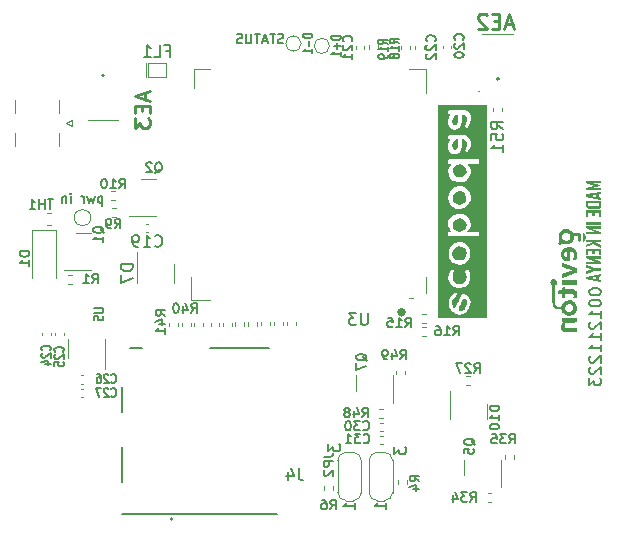
<source format=gbr>
G04 #@! TF.GenerationSoftware,KiCad,Pcbnew,7.0.10*
G04 #@! TF.CreationDate,2024-01-23T20:42:19+03:00*
G04 #@! TF.ProjectId,GPS_MODULE_V3.kicad_pro,4750535f-4d4f-4445-954c-455f56332e6b,rev?*
G04 #@! TF.SameCoordinates,Original*
G04 #@! TF.FileFunction,Legend,Bot*
G04 #@! TF.FilePolarity,Positive*
%FSLAX46Y46*%
G04 Gerber Fmt 4.6, Leading zero omitted, Abs format (unit mm)*
G04 Created by KiCad (PCBNEW 7.0.10) date 2024-01-23 20:42:19*
%MOMM*%
%LPD*%
G01*
G04 APERTURE LIST*
%ADD10C,0.200000*%
%ADD11C,0.150000*%
%ADD12C,0.254000*%
%ADD13C,0.120000*%
%ADD14C,0.100000*%
%ADD15C,0.350000*%
%ADD16C,0.127000*%
G04 APERTURE END LIST*
D10*
G36*
X273071000Y-79632292D02*
G01*
X273071000Y-79446765D01*
X272427664Y-79446765D01*
X272414360Y-79446948D01*
X272399802Y-79447498D01*
X272388060Y-79448150D01*
X272375611Y-79449009D01*
X272362458Y-79450074D01*
X272348598Y-79451345D01*
X272334032Y-79452821D01*
X272318761Y-79454504D01*
X272302784Y-79456394D01*
X272286101Y-79458489D01*
X272939695Y-79291720D01*
X272939695Y-79193827D01*
X272286101Y-79026472D01*
X272303083Y-79028515D01*
X272319297Y-79030357D01*
X272334743Y-79031997D01*
X272349422Y-79033437D01*
X272363333Y-79034676D01*
X272376477Y-79035715D01*
X272388853Y-79036552D01*
X272404160Y-79037356D01*
X272418103Y-79037802D01*
X272427664Y-79037903D01*
X273071000Y-79037903D01*
X273071000Y-78852376D01*
X271776708Y-78852376D01*
X271776708Y-79034678D01*
X272484230Y-79237498D01*
X272496245Y-79239541D01*
X272508218Y-79240661D01*
X272521160Y-79241509D01*
X272533834Y-79242138D01*
X272542263Y-79242480D01*
X272529377Y-79242874D01*
X272517496Y-79243726D01*
X272503988Y-79245054D01*
X272491115Y-79246572D01*
X272484230Y-79247463D01*
X271776708Y-79449989D01*
X271776708Y-79632292D01*
X273071000Y-79632292D01*
G37*
G36*
X273071000Y-79924504D02*
G01*
X272845905Y-79963192D01*
X272845905Y-80204699D01*
X273071000Y-80243387D01*
X273071000Y-80434776D01*
X271776708Y-80186528D01*
X271776708Y-80083653D01*
X272075954Y-80083653D01*
X272658327Y-80177442D01*
X272658327Y-79988691D01*
X272075954Y-80083653D01*
X271776708Y-80083653D01*
X271776708Y-79983709D01*
X273067775Y-79733995D01*
X273071000Y-79733995D01*
X273071000Y-79924504D01*
G37*
G36*
X273071000Y-80931566D02*
G01*
X273070746Y-80945707D01*
X273069987Y-80959479D01*
X273068722Y-80972882D01*
X273066951Y-80985916D01*
X273064674Y-80998582D01*
X273061891Y-81010879D01*
X273058602Y-81022808D01*
X273054806Y-81034368D01*
X273050505Y-81045559D01*
X273045697Y-81056382D01*
X273037538Y-81071925D01*
X273028239Y-81086638D01*
X273017802Y-81100522D01*
X273006226Y-81113576D01*
X272993596Y-81125675D01*
X272980106Y-81136585D01*
X272965755Y-81146304D01*
X272950544Y-81154833D01*
X272939925Y-81159858D01*
X272928923Y-81164354D01*
X272917540Y-81168321D01*
X272905774Y-81171759D01*
X272893625Y-81174668D01*
X272881095Y-81177049D01*
X272868181Y-81178900D01*
X272854886Y-81180222D01*
X272841208Y-81181016D01*
X272827147Y-81181280D01*
X272020560Y-81181280D01*
X272013518Y-81181214D01*
X271999717Y-81180685D01*
X271986295Y-81179627D01*
X271973250Y-81178040D01*
X271960583Y-81175925D01*
X271948294Y-81173280D01*
X271936382Y-81170106D01*
X271924849Y-81166404D01*
X271913693Y-81162172D01*
X271897668Y-81154833D01*
X271882492Y-81146304D01*
X271868167Y-81136585D01*
X271854692Y-81125675D01*
X271842067Y-81113576D01*
X271838046Y-81109317D01*
X271826749Y-81095986D01*
X271816600Y-81081826D01*
X271807600Y-81066836D01*
X271802239Y-81056382D01*
X271797388Y-81045559D01*
X271793048Y-81034368D01*
X271789218Y-81022808D01*
X271785899Y-81010879D01*
X271783091Y-80998582D01*
X271780793Y-80985916D01*
X271779006Y-80972882D01*
X271777729Y-80959479D01*
X271776963Y-80945707D01*
X271776708Y-80931566D01*
X271776708Y-80731385D01*
X271964286Y-80731385D01*
X271964286Y-80874706D01*
X271964690Y-80888371D01*
X271965903Y-80901153D01*
X271969237Y-80918674D01*
X271974390Y-80934212D01*
X271981361Y-80947766D01*
X271990152Y-80959337D01*
X272000760Y-80968924D01*
X272013188Y-80976527D01*
X272027434Y-80982147D01*
X272043499Y-80985783D01*
X272055219Y-80987106D01*
X272067748Y-80987547D01*
X272778201Y-80987547D01*
X272784675Y-80987432D01*
X272797005Y-80986511D01*
X272813959Y-80983404D01*
X272829064Y-80978227D01*
X272842320Y-80970978D01*
X272853725Y-80961658D01*
X272863281Y-80950267D01*
X272870988Y-80936805D01*
X272876845Y-80921271D01*
X272879722Y-80909765D01*
X272881777Y-80897339D01*
X272883010Y-80883991D01*
X272883421Y-80869724D01*
X272883421Y-80731385D01*
X271964286Y-80731385D01*
X271776708Y-80731385D01*
X271776708Y-80538237D01*
X273071000Y-80538237D01*
X273071000Y-80931566D01*
G37*
G36*
X273071000Y-81861252D02*
G01*
X273071000Y-81326067D01*
X271776708Y-81326067D01*
X271776708Y-81856270D01*
X271964286Y-81856270D01*
X271964286Y-81519214D01*
X272320685Y-81519214D01*
X272320685Y-81809375D01*
X272508264Y-81809375D01*
X272508264Y-81519214D01*
X272883421Y-81519214D01*
X272883421Y-81861252D01*
X273071000Y-81861252D01*
G37*
G36*
X273071000Y-82531845D02*
G01*
X273071000Y-82338991D01*
X271776708Y-82338991D01*
X271776708Y-82531845D01*
X273071000Y-82531845D01*
G37*
G36*
X273071000Y-83341071D02*
G01*
X273071000Y-83171957D01*
X272256498Y-82862745D01*
X272270974Y-82865699D01*
X272284654Y-82868259D01*
X272297536Y-82870425D01*
X272309621Y-82872198D01*
X272323608Y-82873859D01*
X272336349Y-82874905D01*
X272349995Y-82875348D01*
X273071000Y-82875348D01*
X273071000Y-82687184D01*
X271776708Y-82687184D01*
X271776708Y-82856297D01*
X272574796Y-83165509D01*
X272560320Y-83162555D01*
X272546641Y-83159995D01*
X272533758Y-83157829D01*
X272521673Y-83156057D01*
X272507687Y-83154395D01*
X272494945Y-83153349D01*
X272481300Y-83152906D01*
X271776708Y-83152906D01*
X271776708Y-83341071D01*
X273071000Y-83341071D01*
G37*
G36*
X273071000Y-84487644D02*
G01*
X273071000Y-84275153D01*
X272498299Y-84030422D01*
X273071000Y-84030422D01*
X273071000Y-83837274D01*
X271776708Y-83837274D01*
X271776708Y-84030422D01*
X272329185Y-84030422D01*
X271776708Y-84244672D01*
X271776708Y-84455697D01*
X271785794Y-84455697D01*
X272405096Y-84193381D01*
X273071000Y-84487644D01*
G37*
G36*
X273071000Y-85095809D02*
G01*
X273071000Y-84560624D01*
X271776708Y-84560624D01*
X271776708Y-85090826D01*
X271964286Y-85090826D01*
X271964286Y-84753771D01*
X272320685Y-84753771D01*
X272320685Y-85043932D01*
X272508264Y-85043932D01*
X272508264Y-84753771D01*
X272883421Y-84753771D01*
X272883421Y-85095809D01*
X273071000Y-85095809D01*
G37*
G36*
X273071000Y-85878070D02*
G01*
X273071000Y-85708956D01*
X272256498Y-85399745D01*
X272270974Y-85402699D01*
X272284654Y-85405259D01*
X272297536Y-85407425D01*
X272309621Y-85409197D01*
X272323608Y-85410859D01*
X272336349Y-85411905D01*
X272349995Y-85412348D01*
X273071000Y-85412348D01*
X273071000Y-85224183D01*
X271776708Y-85224183D01*
X271776708Y-85393297D01*
X272574796Y-85702508D01*
X272560320Y-85699554D01*
X272546641Y-85696994D01*
X272533758Y-85694828D01*
X272521673Y-85693056D01*
X272507687Y-85691395D01*
X272494945Y-85690348D01*
X272481300Y-85689905D01*
X271776708Y-85689905D01*
X271776708Y-85878070D01*
X273071000Y-85878070D01*
G37*
G36*
X271784328Y-86677330D02*
G01*
X272325082Y-86506751D01*
X272341105Y-86500675D01*
X272352861Y-86496407D01*
X272365476Y-86491965D01*
X272378949Y-86487349D01*
X272393280Y-86482558D01*
X272408471Y-86477594D01*
X272424520Y-86472456D01*
X272441427Y-86467144D01*
X272459194Y-86461657D01*
X272477819Y-86455997D01*
X272497303Y-86450163D01*
X272517645Y-86444154D01*
X272538846Y-86437972D01*
X272560906Y-86431615D01*
X272572258Y-86428372D01*
X272583824Y-86425085D01*
X272595605Y-86421755D01*
X273071000Y-86421755D01*
X273071000Y-86228021D01*
X272595605Y-86228021D01*
X272583448Y-86225448D01*
X272571157Y-86222673D01*
X272558732Y-86219698D01*
X272546174Y-86216522D01*
X272533481Y-86213145D01*
X272520654Y-86209567D01*
X272507693Y-86205788D01*
X272494599Y-86201808D01*
X272481370Y-86197627D01*
X272468007Y-86193245D01*
X272459025Y-86190212D01*
X272444076Y-86184910D01*
X272430004Y-86179922D01*
X272416809Y-86175248D01*
X272404491Y-86170887D01*
X272393050Y-86166839D01*
X272377533Y-86161357D01*
X272363990Y-86156580D01*
X272352419Y-86152509D01*
X272340061Y-86148179D01*
X272328102Y-86144037D01*
X272325082Y-86143025D01*
X271784035Y-85973325D01*
X271776708Y-85973325D01*
X271776708Y-86172041D01*
X272340030Y-86326207D01*
X271776708Y-86479494D01*
X271776708Y-86677330D01*
X271784328Y-86677330D01*
G37*
G36*
X273071000Y-86915321D02*
G01*
X272845905Y-86954009D01*
X272845905Y-87195516D01*
X273071000Y-87234204D01*
X273071000Y-87425593D01*
X271776708Y-87177344D01*
X271776708Y-87074469D01*
X272075954Y-87074469D01*
X272658327Y-87168258D01*
X272658327Y-86979508D01*
X272075954Y-87074469D01*
X271776708Y-87074469D01*
X271776708Y-86974525D01*
X273067775Y-86724811D01*
X273071000Y-86724811D01*
X273071000Y-86915321D01*
G37*
D11*
X272044819Y-88177255D02*
X272044819Y-88272493D01*
X272044819Y-88272493D02*
X272092438Y-88367731D01*
X272092438Y-88367731D02*
X272140057Y-88415350D01*
X272140057Y-88415350D02*
X272235295Y-88462969D01*
X272235295Y-88462969D02*
X272425771Y-88510588D01*
X272425771Y-88510588D02*
X272663866Y-88510588D01*
X272663866Y-88510588D02*
X272854342Y-88462969D01*
X272854342Y-88462969D02*
X272949580Y-88415350D01*
X272949580Y-88415350D02*
X272997200Y-88367731D01*
X272997200Y-88367731D02*
X273044819Y-88272493D01*
X273044819Y-88272493D02*
X273044819Y-88177255D01*
X273044819Y-88177255D02*
X272997200Y-88082017D01*
X272997200Y-88082017D02*
X272949580Y-88034398D01*
X272949580Y-88034398D02*
X272854342Y-87986779D01*
X272854342Y-87986779D02*
X272663866Y-87939160D01*
X272663866Y-87939160D02*
X272425771Y-87939160D01*
X272425771Y-87939160D02*
X272235295Y-87986779D01*
X272235295Y-87986779D02*
X272140057Y-88034398D01*
X272140057Y-88034398D02*
X272092438Y-88082017D01*
X272092438Y-88082017D02*
X272044819Y-88177255D01*
X272044819Y-89129636D02*
X272044819Y-89224874D01*
X272044819Y-89224874D02*
X272092438Y-89320112D01*
X272092438Y-89320112D02*
X272140057Y-89367731D01*
X272140057Y-89367731D02*
X272235295Y-89415350D01*
X272235295Y-89415350D02*
X272425771Y-89462969D01*
X272425771Y-89462969D02*
X272663866Y-89462969D01*
X272663866Y-89462969D02*
X272854342Y-89415350D01*
X272854342Y-89415350D02*
X272949580Y-89367731D01*
X272949580Y-89367731D02*
X272997200Y-89320112D01*
X272997200Y-89320112D02*
X273044819Y-89224874D01*
X273044819Y-89224874D02*
X273044819Y-89129636D01*
X273044819Y-89129636D02*
X272997200Y-89034398D01*
X272997200Y-89034398D02*
X272949580Y-88986779D01*
X272949580Y-88986779D02*
X272854342Y-88939160D01*
X272854342Y-88939160D02*
X272663866Y-88891541D01*
X272663866Y-88891541D02*
X272425771Y-88891541D01*
X272425771Y-88891541D02*
X272235295Y-88939160D01*
X272235295Y-88939160D02*
X272140057Y-88986779D01*
X272140057Y-88986779D02*
X272092438Y-89034398D01*
X272092438Y-89034398D02*
X272044819Y-89129636D01*
X273044819Y-90415350D02*
X273044819Y-89843922D01*
X273044819Y-90129636D02*
X272044819Y-90129636D01*
X272044819Y-90129636D02*
X272187676Y-90034398D01*
X272187676Y-90034398D02*
X272282914Y-89939160D01*
X272282914Y-89939160D02*
X272330533Y-89843922D01*
X272140057Y-90796303D02*
X272092438Y-90843922D01*
X272092438Y-90843922D02*
X272044819Y-90939160D01*
X272044819Y-90939160D02*
X272044819Y-91177255D01*
X272044819Y-91177255D02*
X272092438Y-91272493D01*
X272092438Y-91272493D02*
X272140057Y-91320112D01*
X272140057Y-91320112D02*
X272235295Y-91367731D01*
X272235295Y-91367731D02*
X272330533Y-91367731D01*
X272330533Y-91367731D02*
X272473390Y-91320112D01*
X272473390Y-91320112D02*
X273044819Y-90748684D01*
X273044819Y-90748684D02*
X273044819Y-91367731D01*
X273044819Y-92320112D02*
X273044819Y-91748684D01*
X273044819Y-92034398D02*
X272044819Y-92034398D01*
X272044819Y-92034398D02*
X272187676Y-91939160D01*
X272187676Y-91939160D02*
X272282914Y-91843922D01*
X272282914Y-91843922D02*
X272330533Y-91748684D01*
X273044819Y-93272493D02*
X273044819Y-92701065D01*
X273044819Y-92986779D02*
X272044819Y-92986779D01*
X272044819Y-92986779D02*
X272187676Y-92891541D01*
X272187676Y-92891541D02*
X272282914Y-92796303D01*
X272282914Y-92796303D02*
X272330533Y-92701065D01*
X272140057Y-93653446D02*
X272092438Y-93701065D01*
X272092438Y-93701065D02*
X272044819Y-93796303D01*
X272044819Y-93796303D02*
X272044819Y-94034398D01*
X272044819Y-94034398D02*
X272092438Y-94129636D01*
X272092438Y-94129636D02*
X272140057Y-94177255D01*
X272140057Y-94177255D02*
X272235295Y-94224874D01*
X272235295Y-94224874D02*
X272330533Y-94224874D01*
X272330533Y-94224874D02*
X272473390Y-94177255D01*
X272473390Y-94177255D02*
X273044819Y-93605827D01*
X273044819Y-93605827D02*
X273044819Y-94224874D01*
X272140057Y-94605827D02*
X272092438Y-94653446D01*
X272092438Y-94653446D02*
X272044819Y-94748684D01*
X272044819Y-94748684D02*
X272044819Y-94986779D01*
X272044819Y-94986779D02*
X272092438Y-95082017D01*
X272092438Y-95082017D02*
X272140057Y-95129636D01*
X272140057Y-95129636D02*
X272235295Y-95177255D01*
X272235295Y-95177255D02*
X272330533Y-95177255D01*
X272330533Y-95177255D02*
X272473390Y-95129636D01*
X272473390Y-95129636D02*
X273044819Y-94558208D01*
X273044819Y-94558208D02*
X273044819Y-95177255D01*
X272044819Y-95510589D02*
X272044819Y-96129636D01*
X272044819Y-96129636D02*
X272425771Y-95796303D01*
X272425771Y-95796303D02*
X272425771Y-95939160D01*
X272425771Y-95939160D02*
X272473390Y-96034398D01*
X272473390Y-96034398D02*
X272521009Y-96082017D01*
X272521009Y-96082017D02*
X272616247Y-96129636D01*
X272616247Y-96129636D02*
X272854342Y-96129636D01*
X272854342Y-96129636D02*
X272949580Y-96082017D01*
X272949580Y-96082017D02*
X272997200Y-96034398D01*
X272997200Y-96034398D02*
X273044819Y-95939160D01*
X273044819Y-95939160D02*
X273044819Y-95653446D01*
X273044819Y-95653446D02*
X272997200Y-95558208D01*
X272997200Y-95558208D02*
X272949580Y-95510589D01*
X246148935Y-67156200D02*
X246034649Y-67194295D01*
X246034649Y-67194295D02*
X245844173Y-67194295D01*
X245844173Y-67194295D02*
X245767982Y-67156200D01*
X245767982Y-67156200D02*
X245729887Y-67118104D01*
X245729887Y-67118104D02*
X245691792Y-67041914D01*
X245691792Y-67041914D02*
X245691792Y-66965723D01*
X245691792Y-66965723D02*
X245729887Y-66889533D01*
X245729887Y-66889533D02*
X245767982Y-66851438D01*
X245767982Y-66851438D02*
X245844173Y-66813342D01*
X245844173Y-66813342D02*
X245996554Y-66775247D01*
X245996554Y-66775247D02*
X246072744Y-66737152D01*
X246072744Y-66737152D02*
X246110839Y-66699057D01*
X246110839Y-66699057D02*
X246148935Y-66622866D01*
X246148935Y-66622866D02*
X246148935Y-66546676D01*
X246148935Y-66546676D02*
X246110839Y-66470485D01*
X246110839Y-66470485D02*
X246072744Y-66432390D01*
X246072744Y-66432390D02*
X245996554Y-66394295D01*
X245996554Y-66394295D02*
X245806077Y-66394295D01*
X245806077Y-66394295D02*
X245691792Y-66432390D01*
X245463220Y-66394295D02*
X245006077Y-66394295D01*
X245234649Y-67194295D02*
X245234649Y-66394295D01*
X244777506Y-66965723D02*
X244396553Y-66965723D01*
X244853696Y-67194295D02*
X244587029Y-66394295D01*
X244587029Y-66394295D02*
X244320363Y-67194295D01*
X244167982Y-66394295D02*
X243710839Y-66394295D01*
X243939411Y-67194295D02*
X243939411Y-66394295D01*
X243444172Y-66394295D02*
X243444172Y-67041914D01*
X243444172Y-67041914D02*
X243406077Y-67118104D01*
X243406077Y-67118104D02*
X243367982Y-67156200D01*
X243367982Y-67156200D02*
X243291791Y-67194295D01*
X243291791Y-67194295D02*
X243139410Y-67194295D01*
X243139410Y-67194295D02*
X243063220Y-67156200D01*
X243063220Y-67156200D02*
X243025125Y-67118104D01*
X243025125Y-67118104D02*
X242987029Y-67041914D01*
X242987029Y-67041914D02*
X242987029Y-66394295D01*
X242644173Y-67156200D02*
X242529887Y-67194295D01*
X242529887Y-67194295D02*
X242339411Y-67194295D01*
X242339411Y-67194295D02*
X242263220Y-67156200D01*
X242263220Y-67156200D02*
X242225125Y-67118104D01*
X242225125Y-67118104D02*
X242187030Y-67041914D01*
X242187030Y-67041914D02*
X242187030Y-66965723D01*
X242187030Y-66965723D02*
X242225125Y-66889533D01*
X242225125Y-66889533D02*
X242263220Y-66851438D01*
X242263220Y-66851438D02*
X242339411Y-66813342D01*
X242339411Y-66813342D02*
X242491792Y-66775247D01*
X242491792Y-66775247D02*
X242567982Y-66737152D01*
X242567982Y-66737152D02*
X242606077Y-66699057D01*
X242606077Y-66699057D02*
X242644173Y-66622866D01*
X242644173Y-66622866D02*
X242644173Y-66546676D01*
X242644173Y-66546676D02*
X242606077Y-66470485D01*
X242606077Y-66470485D02*
X242567982Y-66432390D01*
X242567982Y-66432390D02*
X242491792Y-66394295D01*
X242491792Y-66394295D02*
X242301315Y-66394295D01*
X242301315Y-66394295D02*
X242187030Y-66432390D01*
X230810839Y-80135961D02*
X230810839Y-80935961D01*
X230810839Y-80174057D02*
X230734649Y-80135961D01*
X230734649Y-80135961D02*
X230582268Y-80135961D01*
X230582268Y-80135961D02*
X230506077Y-80174057D01*
X230506077Y-80174057D02*
X230467982Y-80212152D01*
X230467982Y-80212152D02*
X230429887Y-80288342D01*
X230429887Y-80288342D02*
X230429887Y-80516914D01*
X230429887Y-80516914D02*
X230467982Y-80593104D01*
X230467982Y-80593104D02*
X230506077Y-80631200D01*
X230506077Y-80631200D02*
X230582268Y-80669295D01*
X230582268Y-80669295D02*
X230734649Y-80669295D01*
X230734649Y-80669295D02*
X230810839Y-80631200D01*
X230163220Y-80135961D02*
X230010839Y-80669295D01*
X230010839Y-80669295D02*
X229858458Y-80288342D01*
X229858458Y-80288342D02*
X229706077Y-80669295D01*
X229706077Y-80669295D02*
X229553696Y-80135961D01*
X229248934Y-80669295D02*
X229248934Y-80135961D01*
X229248934Y-80288342D02*
X229210839Y-80212152D01*
X229210839Y-80212152D02*
X229172744Y-80174057D01*
X229172744Y-80174057D02*
X229096553Y-80135961D01*
X229096553Y-80135961D02*
X229020363Y-80135961D01*
X228144172Y-80669295D02*
X228144172Y-80135961D01*
X228144172Y-79869295D02*
X228182268Y-79907390D01*
X228182268Y-79907390D02*
X228144172Y-79945485D01*
X228144172Y-79945485D02*
X228106077Y-79907390D01*
X228106077Y-79907390D02*
X228144172Y-79869295D01*
X228144172Y-79869295D02*
X228144172Y-79945485D01*
X227763220Y-80135961D02*
X227763220Y-80669295D01*
X227763220Y-80212152D02*
X227725125Y-80174057D01*
X227725125Y-80174057D02*
X227648935Y-80135961D01*
X227648935Y-80135961D02*
X227534649Y-80135961D01*
X227534649Y-80135961D02*
X227458458Y-80174057D01*
X227458458Y-80174057D02*
X227420363Y-80250247D01*
X227420363Y-80250247D02*
X227420363Y-80669295D01*
X236213095Y-67793509D02*
X236546428Y-67793509D01*
X236546428Y-68317319D02*
X236546428Y-67317319D01*
X236546428Y-67317319D02*
X236070238Y-67317319D01*
X235213095Y-68317319D02*
X235689285Y-68317319D01*
X235689285Y-68317319D02*
X235689285Y-67317319D01*
X234355952Y-68317319D02*
X234927380Y-68317319D01*
X234641666Y-68317319D02*
X234641666Y-67317319D01*
X234641666Y-67317319D02*
X234736904Y-67460176D01*
X234736904Y-67460176D02*
X234832142Y-67555414D01*
X234832142Y-67555414D02*
X234927380Y-67603033D01*
D12*
X234461461Y-71368333D02*
X234461461Y-71973095D01*
X234824318Y-71247381D02*
X233554318Y-71670714D01*
X233554318Y-71670714D02*
X234824318Y-72094048D01*
X234159080Y-72517380D02*
X234159080Y-72940714D01*
X234824318Y-73122142D02*
X234824318Y-72517380D01*
X234824318Y-72517380D02*
X233554318Y-72517380D01*
X233554318Y-72517380D02*
X233554318Y-73122142D01*
X233554318Y-73545476D02*
X233554318Y-74331667D01*
X233554318Y-74331667D02*
X234038127Y-73908333D01*
X234038127Y-73908333D02*
X234038127Y-74089762D01*
X234038127Y-74089762D02*
X234098603Y-74210714D01*
X234098603Y-74210714D02*
X234159080Y-74271190D01*
X234159080Y-74271190D02*
X234280032Y-74331667D01*
X234280032Y-74331667D02*
X234582413Y-74331667D01*
X234582413Y-74331667D02*
X234703365Y-74271190D01*
X234703365Y-74271190D02*
X234763842Y-74210714D01*
X234763842Y-74210714D02*
X234824318Y-74089762D01*
X234824318Y-74089762D02*
X234824318Y-73726905D01*
X234824318Y-73726905D02*
X234763842Y-73605952D01*
X234763842Y-73605952D02*
X234703365Y-73545476D01*
D11*
X264754819Y-74457142D02*
X264278628Y-74123809D01*
X264754819Y-73885714D02*
X263754819Y-73885714D01*
X263754819Y-73885714D02*
X263754819Y-74266666D01*
X263754819Y-74266666D02*
X263802438Y-74361904D01*
X263802438Y-74361904D02*
X263850057Y-74409523D01*
X263850057Y-74409523D02*
X263945295Y-74457142D01*
X263945295Y-74457142D02*
X264088152Y-74457142D01*
X264088152Y-74457142D02*
X264183390Y-74409523D01*
X264183390Y-74409523D02*
X264231009Y-74361904D01*
X264231009Y-74361904D02*
X264278628Y-74266666D01*
X264278628Y-74266666D02*
X264278628Y-73885714D01*
X263754819Y-75361904D02*
X263754819Y-74885714D01*
X263754819Y-74885714D02*
X264231009Y-74838095D01*
X264231009Y-74838095D02*
X264183390Y-74885714D01*
X264183390Y-74885714D02*
X264135771Y-74980952D01*
X264135771Y-74980952D02*
X264135771Y-75219047D01*
X264135771Y-75219047D02*
X264183390Y-75314285D01*
X264183390Y-75314285D02*
X264231009Y-75361904D01*
X264231009Y-75361904D02*
X264326247Y-75409523D01*
X264326247Y-75409523D02*
X264564342Y-75409523D01*
X264564342Y-75409523D02*
X264659580Y-75361904D01*
X264659580Y-75361904D02*
X264707200Y-75314285D01*
X264707200Y-75314285D02*
X264754819Y-75219047D01*
X264754819Y-75219047D02*
X264754819Y-74980952D01*
X264754819Y-74980952D02*
X264707200Y-74885714D01*
X264707200Y-74885714D02*
X264659580Y-74838095D01*
X264754819Y-76361904D02*
X264754819Y-75790476D01*
X264754819Y-76076190D02*
X263754819Y-76076190D01*
X263754819Y-76076190D02*
X263897676Y-75980952D01*
X263897676Y-75980952D02*
X263992914Y-75885714D01*
X263992914Y-75885714D02*
X264040533Y-75790476D01*
X235262857Y-84319580D02*
X235310476Y-84367200D01*
X235310476Y-84367200D02*
X235453333Y-84414819D01*
X235453333Y-84414819D02*
X235548571Y-84414819D01*
X235548571Y-84414819D02*
X235691428Y-84367200D01*
X235691428Y-84367200D02*
X235786666Y-84271961D01*
X235786666Y-84271961D02*
X235834285Y-84176723D01*
X235834285Y-84176723D02*
X235881904Y-83986247D01*
X235881904Y-83986247D02*
X235881904Y-83843390D01*
X235881904Y-83843390D02*
X235834285Y-83652914D01*
X235834285Y-83652914D02*
X235786666Y-83557676D01*
X235786666Y-83557676D02*
X235691428Y-83462438D01*
X235691428Y-83462438D02*
X235548571Y-83414819D01*
X235548571Y-83414819D02*
X235453333Y-83414819D01*
X235453333Y-83414819D02*
X235310476Y-83462438D01*
X235310476Y-83462438D02*
X235262857Y-83510057D01*
X234310476Y-84414819D02*
X234881904Y-84414819D01*
X234596190Y-84414819D02*
X234596190Y-83414819D01*
X234596190Y-83414819D02*
X234691428Y-83557676D01*
X234691428Y-83557676D02*
X234786666Y-83652914D01*
X234786666Y-83652914D02*
X234881904Y-83700533D01*
X233834285Y-84414819D02*
X233643809Y-84414819D01*
X233643809Y-84414819D02*
X233548571Y-84367200D01*
X233548571Y-84367200D02*
X233500952Y-84319580D01*
X233500952Y-84319580D02*
X233405714Y-84176723D01*
X233405714Y-84176723D02*
X233358095Y-83986247D01*
X233358095Y-83986247D02*
X233358095Y-83605295D01*
X233358095Y-83605295D02*
X233405714Y-83510057D01*
X233405714Y-83510057D02*
X233453333Y-83462438D01*
X233453333Y-83462438D02*
X233548571Y-83414819D01*
X233548571Y-83414819D02*
X233739047Y-83414819D01*
X233739047Y-83414819D02*
X233834285Y-83462438D01*
X233834285Y-83462438D02*
X233881904Y-83510057D01*
X233881904Y-83510057D02*
X233929523Y-83605295D01*
X233929523Y-83605295D02*
X233929523Y-83843390D01*
X233929523Y-83843390D02*
X233881904Y-83938628D01*
X233881904Y-83938628D02*
X233834285Y-83986247D01*
X233834285Y-83986247D02*
X233739047Y-84033866D01*
X233739047Y-84033866D02*
X233548571Y-84033866D01*
X233548571Y-84033866D02*
X233453333Y-83986247D01*
X233453333Y-83986247D02*
X233405714Y-83938628D01*
X233405714Y-83938628D02*
X233358095Y-83843390D01*
X226386104Y-93182142D02*
X226424200Y-93151190D01*
X226424200Y-93151190D02*
X226462295Y-93058332D01*
X226462295Y-93058332D02*
X226462295Y-92996428D01*
X226462295Y-92996428D02*
X226424200Y-92903571D01*
X226424200Y-92903571D02*
X226348009Y-92841666D01*
X226348009Y-92841666D02*
X226271819Y-92810713D01*
X226271819Y-92810713D02*
X226119438Y-92779761D01*
X226119438Y-92779761D02*
X226005152Y-92779761D01*
X226005152Y-92779761D02*
X225852771Y-92810713D01*
X225852771Y-92810713D02*
X225776580Y-92841666D01*
X225776580Y-92841666D02*
X225700390Y-92903571D01*
X225700390Y-92903571D02*
X225662295Y-92996428D01*
X225662295Y-92996428D02*
X225662295Y-93058332D01*
X225662295Y-93058332D02*
X225700390Y-93151190D01*
X225700390Y-93151190D02*
X225738485Y-93182142D01*
X225738485Y-93429761D02*
X225700390Y-93460713D01*
X225700390Y-93460713D02*
X225662295Y-93522618D01*
X225662295Y-93522618D02*
X225662295Y-93677380D01*
X225662295Y-93677380D02*
X225700390Y-93739285D01*
X225700390Y-93739285D02*
X225738485Y-93770237D01*
X225738485Y-93770237D02*
X225814676Y-93801190D01*
X225814676Y-93801190D02*
X225890866Y-93801190D01*
X225890866Y-93801190D02*
X226005152Y-93770237D01*
X226005152Y-93770237D02*
X226462295Y-93398809D01*
X226462295Y-93398809D02*
X226462295Y-93801190D01*
X225928961Y-94358333D02*
X226462295Y-94358333D01*
X225624200Y-94203571D02*
X226195628Y-94048809D01*
X226195628Y-94048809D02*
X226195628Y-94451190D01*
X227486104Y-93282142D02*
X227524200Y-93251190D01*
X227524200Y-93251190D02*
X227562295Y-93158332D01*
X227562295Y-93158332D02*
X227562295Y-93096428D01*
X227562295Y-93096428D02*
X227524200Y-93003571D01*
X227524200Y-93003571D02*
X227448009Y-92941666D01*
X227448009Y-92941666D02*
X227371819Y-92910713D01*
X227371819Y-92910713D02*
X227219438Y-92879761D01*
X227219438Y-92879761D02*
X227105152Y-92879761D01*
X227105152Y-92879761D02*
X226952771Y-92910713D01*
X226952771Y-92910713D02*
X226876580Y-92941666D01*
X226876580Y-92941666D02*
X226800390Y-93003571D01*
X226800390Y-93003571D02*
X226762295Y-93096428D01*
X226762295Y-93096428D02*
X226762295Y-93158332D01*
X226762295Y-93158332D02*
X226800390Y-93251190D01*
X226800390Y-93251190D02*
X226838485Y-93282142D01*
X226838485Y-93529761D02*
X226800390Y-93560713D01*
X226800390Y-93560713D02*
X226762295Y-93622618D01*
X226762295Y-93622618D02*
X226762295Y-93777380D01*
X226762295Y-93777380D02*
X226800390Y-93839285D01*
X226800390Y-93839285D02*
X226838485Y-93870237D01*
X226838485Y-93870237D02*
X226914676Y-93901190D01*
X226914676Y-93901190D02*
X226990866Y-93901190D01*
X226990866Y-93901190D02*
X227105152Y-93870237D01*
X227105152Y-93870237D02*
X227562295Y-93498809D01*
X227562295Y-93498809D02*
X227562295Y-93901190D01*
X226762295Y-94489285D02*
X226762295Y-94179761D01*
X226762295Y-94179761D02*
X227143247Y-94148809D01*
X227143247Y-94148809D02*
X227105152Y-94179761D01*
X227105152Y-94179761D02*
X227067057Y-94241666D01*
X227067057Y-94241666D02*
X227067057Y-94396428D01*
X227067057Y-94396428D02*
X227105152Y-94458333D01*
X227105152Y-94458333D02*
X227143247Y-94489285D01*
X227143247Y-94489285D02*
X227219438Y-94520238D01*
X227219438Y-94520238D02*
X227409914Y-94520238D01*
X227409914Y-94520238D02*
X227486104Y-94489285D01*
X227486104Y-94489285D02*
X227524200Y-94458333D01*
X227524200Y-94458333D02*
X227562295Y-94396428D01*
X227562295Y-94396428D02*
X227562295Y-94241666D01*
X227562295Y-94241666D02*
X227524200Y-94179761D01*
X227524200Y-94179761D02*
X227486104Y-94148809D01*
X230112295Y-89604761D02*
X230759914Y-89604761D01*
X230759914Y-89604761D02*
X230836104Y-89635714D01*
X230836104Y-89635714D02*
X230874200Y-89666666D01*
X230874200Y-89666666D02*
X230912295Y-89728571D01*
X230912295Y-89728571D02*
X230912295Y-89852380D01*
X230912295Y-89852380D02*
X230874200Y-89914285D01*
X230874200Y-89914285D02*
X230836104Y-89945238D01*
X230836104Y-89945238D02*
X230759914Y-89976190D01*
X230759914Y-89976190D02*
X230112295Y-89976190D01*
X230112295Y-90595237D02*
X230112295Y-90285713D01*
X230112295Y-90285713D02*
X230493247Y-90254761D01*
X230493247Y-90254761D02*
X230455152Y-90285713D01*
X230455152Y-90285713D02*
X230417057Y-90347618D01*
X230417057Y-90347618D02*
X230417057Y-90502380D01*
X230417057Y-90502380D02*
X230455152Y-90564285D01*
X230455152Y-90564285D02*
X230493247Y-90595237D01*
X230493247Y-90595237D02*
X230569438Y-90626190D01*
X230569438Y-90626190D02*
X230759914Y-90626190D01*
X230759914Y-90626190D02*
X230836104Y-90595237D01*
X230836104Y-90595237D02*
X230874200Y-90564285D01*
X230874200Y-90564285D02*
X230912295Y-90502380D01*
X230912295Y-90502380D02*
X230912295Y-90347618D01*
X230912295Y-90347618D02*
X230874200Y-90285713D01*
X230874200Y-90285713D02*
X230836104Y-90254761D01*
X231567857Y-97086104D02*
X231598809Y-97124200D01*
X231598809Y-97124200D02*
X231691667Y-97162295D01*
X231691667Y-97162295D02*
X231753571Y-97162295D01*
X231753571Y-97162295D02*
X231846428Y-97124200D01*
X231846428Y-97124200D02*
X231908333Y-97048009D01*
X231908333Y-97048009D02*
X231939286Y-96971819D01*
X231939286Y-96971819D02*
X231970238Y-96819438D01*
X231970238Y-96819438D02*
X231970238Y-96705152D01*
X231970238Y-96705152D02*
X231939286Y-96552771D01*
X231939286Y-96552771D02*
X231908333Y-96476580D01*
X231908333Y-96476580D02*
X231846428Y-96400390D01*
X231846428Y-96400390D02*
X231753571Y-96362295D01*
X231753571Y-96362295D02*
X231691667Y-96362295D01*
X231691667Y-96362295D02*
X231598809Y-96400390D01*
X231598809Y-96400390D02*
X231567857Y-96438485D01*
X231320238Y-96438485D02*
X231289286Y-96400390D01*
X231289286Y-96400390D02*
X231227381Y-96362295D01*
X231227381Y-96362295D02*
X231072619Y-96362295D01*
X231072619Y-96362295D02*
X231010714Y-96400390D01*
X231010714Y-96400390D02*
X230979762Y-96438485D01*
X230979762Y-96438485D02*
X230948809Y-96514676D01*
X230948809Y-96514676D02*
X230948809Y-96590866D01*
X230948809Y-96590866D02*
X230979762Y-96705152D01*
X230979762Y-96705152D02*
X231351190Y-97162295D01*
X231351190Y-97162295D02*
X230948809Y-97162295D01*
X230732142Y-96362295D02*
X230298809Y-96362295D01*
X230298809Y-96362295D02*
X230577380Y-97162295D01*
X231567857Y-95886104D02*
X231598809Y-95924200D01*
X231598809Y-95924200D02*
X231691667Y-95962295D01*
X231691667Y-95962295D02*
X231753571Y-95962295D01*
X231753571Y-95962295D02*
X231846428Y-95924200D01*
X231846428Y-95924200D02*
X231908333Y-95848009D01*
X231908333Y-95848009D02*
X231939286Y-95771819D01*
X231939286Y-95771819D02*
X231970238Y-95619438D01*
X231970238Y-95619438D02*
X231970238Y-95505152D01*
X231970238Y-95505152D02*
X231939286Y-95352771D01*
X231939286Y-95352771D02*
X231908333Y-95276580D01*
X231908333Y-95276580D02*
X231846428Y-95200390D01*
X231846428Y-95200390D02*
X231753571Y-95162295D01*
X231753571Y-95162295D02*
X231691667Y-95162295D01*
X231691667Y-95162295D02*
X231598809Y-95200390D01*
X231598809Y-95200390D02*
X231567857Y-95238485D01*
X231320238Y-95238485D02*
X231289286Y-95200390D01*
X231289286Y-95200390D02*
X231227381Y-95162295D01*
X231227381Y-95162295D02*
X231072619Y-95162295D01*
X231072619Y-95162295D02*
X231010714Y-95200390D01*
X231010714Y-95200390D02*
X230979762Y-95238485D01*
X230979762Y-95238485D02*
X230948809Y-95314676D01*
X230948809Y-95314676D02*
X230948809Y-95390866D01*
X230948809Y-95390866D02*
X230979762Y-95505152D01*
X230979762Y-95505152D02*
X231351190Y-95962295D01*
X231351190Y-95962295D02*
X230948809Y-95962295D01*
X230391666Y-95162295D02*
X230515476Y-95162295D01*
X230515476Y-95162295D02*
X230577380Y-95200390D01*
X230577380Y-95200390D02*
X230608333Y-95238485D01*
X230608333Y-95238485D02*
X230670238Y-95352771D01*
X230670238Y-95352771D02*
X230701190Y-95505152D01*
X230701190Y-95505152D02*
X230701190Y-95809914D01*
X230701190Y-95809914D02*
X230670238Y-95886104D01*
X230670238Y-95886104D02*
X230639285Y-95924200D01*
X230639285Y-95924200D02*
X230577380Y-95962295D01*
X230577380Y-95962295D02*
X230453571Y-95962295D01*
X230453571Y-95962295D02*
X230391666Y-95924200D01*
X230391666Y-95924200D02*
X230360714Y-95886104D01*
X230360714Y-95886104D02*
X230329761Y-95809914D01*
X230329761Y-95809914D02*
X230329761Y-95619438D01*
X230329761Y-95619438D02*
X230360714Y-95543247D01*
X230360714Y-95543247D02*
X230391666Y-95505152D01*
X230391666Y-95505152D02*
X230453571Y-95467057D01*
X230453571Y-95467057D02*
X230577380Y-95467057D01*
X230577380Y-95467057D02*
X230639285Y-95505152D01*
X230639285Y-95505152D02*
X230670238Y-95543247D01*
X230670238Y-95543247D02*
X230701190Y-95619438D01*
X250108332Y-106637295D02*
X250374999Y-106256342D01*
X250565475Y-106637295D02*
X250565475Y-105837295D01*
X250565475Y-105837295D02*
X250260713Y-105837295D01*
X250260713Y-105837295D02*
X250184523Y-105875390D01*
X250184523Y-105875390D02*
X250146428Y-105913485D01*
X250146428Y-105913485D02*
X250108332Y-105989676D01*
X250108332Y-105989676D02*
X250108332Y-106103961D01*
X250108332Y-106103961D02*
X250146428Y-106180152D01*
X250146428Y-106180152D02*
X250184523Y-106218247D01*
X250184523Y-106218247D02*
X250260713Y-106256342D01*
X250260713Y-106256342D02*
X250565475Y-106256342D01*
X249422618Y-105837295D02*
X249574999Y-105837295D01*
X249574999Y-105837295D02*
X249651190Y-105875390D01*
X249651190Y-105875390D02*
X249689285Y-105913485D01*
X249689285Y-105913485D02*
X249765475Y-106027771D01*
X249765475Y-106027771D02*
X249803571Y-106180152D01*
X249803571Y-106180152D02*
X249803571Y-106484914D01*
X249803571Y-106484914D02*
X249765475Y-106561104D01*
X249765475Y-106561104D02*
X249727380Y-106599200D01*
X249727380Y-106599200D02*
X249651190Y-106637295D01*
X249651190Y-106637295D02*
X249498809Y-106637295D01*
X249498809Y-106637295D02*
X249422618Y-106599200D01*
X249422618Y-106599200D02*
X249384523Y-106561104D01*
X249384523Y-106561104D02*
X249346428Y-106484914D01*
X249346428Y-106484914D02*
X249346428Y-106294438D01*
X249346428Y-106294438D02*
X249384523Y-106218247D01*
X249384523Y-106218247D02*
X249422618Y-106180152D01*
X249422618Y-106180152D02*
X249498809Y-106142057D01*
X249498809Y-106142057D02*
X249651190Y-106142057D01*
X249651190Y-106142057D02*
X249727380Y-106180152D01*
X249727380Y-106180152D02*
X249765475Y-106218247D01*
X249765475Y-106218247D02*
X249803571Y-106294438D01*
X235276190Y-78138485D02*
X235352380Y-78100390D01*
X235352380Y-78100390D02*
X235428571Y-78024200D01*
X235428571Y-78024200D02*
X235542857Y-77909914D01*
X235542857Y-77909914D02*
X235619047Y-77871819D01*
X235619047Y-77871819D02*
X235695238Y-77871819D01*
X235657142Y-78062295D02*
X235733333Y-78024200D01*
X235733333Y-78024200D02*
X235809523Y-77948009D01*
X235809523Y-77948009D02*
X235847619Y-77795628D01*
X235847619Y-77795628D02*
X235847619Y-77528961D01*
X235847619Y-77528961D02*
X235809523Y-77376580D01*
X235809523Y-77376580D02*
X235733333Y-77300390D01*
X235733333Y-77300390D02*
X235657142Y-77262295D01*
X235657142Y-77262295D02*
X235504761Y-77262295D01*
X235504761Y-77262295D02*
X235428571Y-77300390D01*
X235428571Y-77300390D02*
X235352380Y-77376580D01*
X235352380Y-77376580D02*
X235314285Y-77528961D01*
X235314285Y-77528961D02*
X235314285Y-77795628D01*
X235314285Y-77795628D02*
X235352380Y-77948009D01*
X235352380Y-77948009D02*
X235428571Y-78024200D01*
X235428571Y-78024200D02*
X235504761Y-78062295D01*
X235504761Y-78062295D02*
X235657142Y-78062295D01*
X235009524Y-77338485D02*
X234971428Y-77300390D01*
X234971428Y-77300390D02*
X234895238Y-77262295D01*
X234895238Y-77262295D02*
X234704762Y-77262295D01*
X234704762Y-77262295D02*
X234628571Y-77300390D01*
X234628571Y-77300390D02*
X234590476Y-77338485D01*
X234590476Y-77338485D02*
X234552381Y-77414676D01*
X234552381Y-77414676D02*
X234552381Y-77490866D01*
X234552381Y-77490866D02*
X234590476Y-77605152D01*
X234590476Y-77605152D02*
X235047619Y-78062295D01*
X235047619Y-78062295D02*
X234552381Y-78062295D01*
X264412295Y-97878571D02*
X263612295Y-97878571D01*
X263612295Y-97878571D02*
X263612295Y-98069047D01*
X263612295Y-98069047D02*
X263650390Y-98183333D01*
X263650390Y-98183333D02*
X263726580Y-98259523D01*
X263726580Y-98259523D02*
X263802771Y-98297618D01*
X263802771Y-98297618D02*
X263955152Y-98335714D01*
X263955152Y-98335714D02*
X264069438Y-98335714D01*
X264069438Y-98335714D02*
X264221819Y-98297618D01*
X264221819Y-98297618D02*
X264298009Y-98259523D01*
X264298009Y-98259523D02*
X264374200Y-98183333D01*
X264374200Y-98183333D02*
X264412295Y-98069047D01*
X264412295Y-98069047D02*
X264412295Y-97878571D01*
X264412295Y-99097618D02*
X264412295Y-98640475D01*
X264412295Y-98869047D02*
X263612295Y-98869047D01*
X263612295Y-98869047D02*
X263726580Y-98792856D01*
X263726580Y-98792856D02*
X263802771Y-98716666D01*
X263802771Y-98716666D02*
X263840866Y-98640475D01*
X263612295Y-99592857D02*
X263612295Y-99669047D01*
X263612295Y-99669047D02*
X263650390Y-99745238D01*
X263650390Y-99745238D02*
X263688485Y-99783333D01*
X263688485Y-99783333D02*
X263764676Y-99821428D01*
X263764676Y-99821428D02*
X263917057Y-99859523D01*
X263917057Y-99859523D02*
X264107533Y-99859523D01*
X264107533Y-99859523D02*
X264259914Y-99821428D01*
X264259914Y-99821428D02*
X264336104Y-99783333D01*
X264336104Y-99783333D02*
X264374200Y-99745238D01*
X264374200Y-99745238D02*
X264412295Y-99669047D01*
X264412295Y-99669047D02*
X264412295Y-99592857D01*
X264412295Y-99592857D02*
X264374200Y-99516666D01*
X264374200Y-99516666D02*
X264336104Y-99478571D01*
X264336104Y-99478571D02*
X264259914Y-99440476D01*
X264259914Y-99440476D02*
X264107533Y-99402380D01*
X264107533Y-99402380D02*
X263917057Y-99402380D01*
X263917057Y-99402380D02*
X263764676Y-99440476D01*
X263764676Y-99440476D02*
X263688485Y-99478571D01*
X263688485Y-99478571D02*
X263650390Y-99516666D01*
X263650390Y-99516666D02*
X263612295Y-99592857D01*
X260544285Y-91912295D02*
X260810952Y-91531342D01*
X261001428Y-91912295D02*
X261001428Y-91112295D01*
X261001428Y-91112295D02*
X260696666Y-91112295D01*
X260696666Y-91112295D02*
X260620476Y-91150390D01*
X260620476Y-91150390D02*
X260582381Y-91188485D01*
X260582381Y-91188485D02*
X260544285Y-91264676D01*
X260544285Y-91264676D02*
X260544285Y-91378961D01*
X260544285Y-91378961D02*
X260582381Y-91455152D01*
X260582381Y-91455152D02*
X260620476Y-91493247D01*
X260620476Y-91493247D02*
X260696666Y-91531342D01*
X260696666Y-91531342D02*
X261001428Y-91531342D01*
X259782381Y-91912295D02*
X260239524Y-91912295D01*
X260010952Y-91912295D02*
X260010952Y-91112295D01*
X260010952Y-91112295D02*
X260087143Y-91226580D01*
X260087143Y-91226580D02*
X260163333Y-91302771D01*
X260163333Y-91302771D02*
X260239524Y-91340866D01*
X259096666Y-91112295D02*
X259249047Y-91112295D01*
X259249047Y-91112295D02*
X259325238Y-91150390D01*
X259325238Y-91150390D02*
X259363333Y-91188485D01*
X259363333Y-91188485D02*
X259439523Y-91302771D01*
X259439523Y-91302771D02*
X259477619Y-91455152D01*
X259477619Y-91455152D02*
X259477619Y-91759914D01*
X259477619Y-91759914D02*
X259439523Y-91836104D01*
X259439523Y-91836104D02*
X259401428Y-91874200D01*
X259401428Y-91874200D02*
X259325238Y-91912295D01*
X259325238Y-91912295D02*
X259172857Y-91912295D01*
X259172857Y-91912295D02*
X259096666Y-91874200D01*
X259096666Y-91874200D02*
X259058571Y-91836104D01*
X259058571Y-91836104D02*
X259020476Y-91759914D01*
X259020476Y-91759914D02*
X259020476Y-91569438D01*
X259020476Y-91569438D02*
X259058571Y-91493247D01*
X259058571Y-91493247D02*
X259096666Y-91455152D01*
X259096666Y-91455152D02*
X259172857Y-91417057D01*
X259172857Y-91417057D02*
X259325238Y-91417057D01*
X259325238Y-91417057D02*
X259401428Y-91455152D01*
X259401428Y-91455152D02*
X259439523Y-91493247D01*
X259439523Y-91493247D02*
X259477619Y-91569438D01*
X254987295Y-67257142D02*
X254606342Y-67040475D01*
X254987295Y-66885713D02*
X254187295Y-66885713D01*
X254187295Y-66885713D02*
X254187295Y-67133332D01*
X254187295Y-67133332D02*
X254225390Y-67195237D01*
X254225390Y-67195237D02*
X254263485Y-67226190D01*
X254263485Y-67226190D02*
X254339676Y-67257142D01*
X254339676Y-67257142D02*
X254453961Y-67257142D01*
X254453961Y-67257142D02*
X254530152Y-67226190D01*
X254530152Y-67226190D02*
X254568247Y-67195237D01*
X254568247Y-67195237D02*
X254606342Y-67133332D01*
X254606342Y-67133332D02*
X254606342Y-66885713D01*
X254987295Y-67876190D02*
X254987295Y-67504761D01*
X254987295Y-67690475D02*
X254187295Y-67690475D01*
X254187295Y-67690475D02*
X254301580Y-67628571D01*
X254301580Y-67628571D02*
X254377771Y-67566666D01*
X254377771Y-67566666D02*
X254415866Y-67504761D01*
X254987295Y-68185714D02*
X254987295Y-68309523D01*
X254987295Y-68309523D02*
X254949200Y-68371428D01*
X254949200Y-68371428D02*
X254911104Y-68402380D01*
X254911104Y-68402380D02*
X254796819Y-68464285D01*
X254796819Y-68464285D02*
X254644438Y-68495238D01*
X254644438Y-68495238D02*
X254339676Y-68495238D01*
X254339676Y-68495238D02*
X254263485Y-68464285D01*
X254263485Y-68464285D02*
X254225390Y-68433333D01*
X254225390Y-68433333D02*
X254187295Y-68371428D01*
X254187295Y-68371428D02*
X254187295Y-68247619D01*
X254187295Y-68247619D02*
X254225390Y-68185714D01*
X254225390Y-68185714D02*
X254263485Y-68154761D01*
X254263485Y-68154761D02*
X254339676Y-68123809D01*
X254339676Y-68123809D02*
X254530152Y-68123809D01*
X254530152Y-68123809D02*
X254606342Y-68154761D01*
X254606342Y-68154761D02*
X254644438Y-68185714D01*
X254644438Y-68185714D02*
X254682533Y-68247619D01*
X254682533Y-68247619D02*
X254682533Y-68371428D01*
X254682533Y-68371428D02*
X254644438Y-68433333D01*
X254644438Y-68433333D02*
X254606342Y-68464285D01*
X254606342Y-68464285D02*
X254530152Y-68495238D01*
X231895832Y-82842295D02*
X232162499Y-82461342D01*
X232352975Y-82842295D02*
X232352975Y-82042295D01*
X232352975Y-82042295D02*
X232048213Y-82042295D01*
X232048213Y-82042295D02*
X231972023Y-82080390D01*
X231972023Y-82080390D02*
X231933928Y-82118485D01*
X231933928Y-82118485D02*
X231895832Y-82194676D01*
X231895832Y-82194676D02*
X231895832Y-82308961D01*
X231895832Y-82308961D02*
X231933928Y-82385152D01*
X231933928Y-82385152D02*
X231972023Y-82423247D01*
X231972023Y-82423247D02*
X232048213Y-82461342D01*
X232048213Y-82461342D02*
X232352975Y-82461342D01*
X231514880Y-82842295D02*
X231362499Y-82842295D01*
X231362499Y-82842295D02*
X231286309Y-82804200D01*
X231286309Y-82804200D02*
X231248213Y-82766104D01*
X231248213Y-82766104D02*
X231172023Y-82651819D01*
X231172023Y-82651819D02*
X231133928Y-82499438D01*
X231133928Y-82499438D02*
X231133928Y-82194676D01*
X231133928Y-82194676D02*
X231172023Y-82118485D01*
X231172023Y-82118485D02*
X231210118Y-82080390D01*
X231210118Y-82080390D02*
X231286309Y-82042295D01*
X231286309Y-82042295D02*
X231438690Y-82042295D01*
X231438690Y-82042295D02*
X231514880Y-82080390D01*
X231514880Y-82080390D02*
X231552975Y-82118485D01*
X231552975Y-82118485D02*
X231591071Y-82194676D01*
X231591071Y-82194676D02*
X231591071Y-82385152D01*
X231591071Y-82385152D02*
X231552975Y-82461342D01*
X231552975Y-82461342D02*
X231514880Y-82499438D01*
X231514880Y-82499438D02*
X231438690Y-82537533D01*
X231438690Y-82537533D02*
X231286309Y-82537533D01*
X231286309Y-82537533D02*
X231210118Y-82499438D01*
X231210118Y-82499438D02*
X231172023Y-82461342D01*
X231172023Y-82461342D02*
X231133928Y-82385152D01*
X229960832Y-87482295D02*
X230227499Y-87101342D01*
X230417975Y-87482295D02*
X230417975Y-86682295D01*
X230417975Y-86682295D02*
X230113213Y-86682295D01*
X230113213Y-86682295D02*
X230037023Y-86720390D01*
X230037023Y-86720390D02*
X229998928Y-86758485D01*
X229998928Y-86758485D02*
X229960832Y-86834676D01*
X229960832Y-86834676D02*
X229960832Y-86948961D01*
X229960832Y-86948961D02*
X229998928Y-87025152D01*
X229998928Y-87025152D02*
X230037023Y-87063247D01*
X230037023Y-87063247D02*
X230113213Y-87101342D01*
X230113213Y-87101342D02*
X230417975Y-87101342D01*
X229198928Y-87482295D02*
X229656071Y-87482295D01*
X229427499Y-87482295D02*
X229427499Y-86682295D01*
X229427499Y-86682295D02*
X229503690Y-86796580D01*
X229503690Y-86796580D02*
X229579880Y-86872771D01*
X229579880Y-86872771D02*
X229656071Y-86910866D01*
X261974285Y-105999795D02*
X262240952Y-105618842D01*
X262431428Y-105999795D02*
X262431428Y-105199795D01*
X262431428Y-105199795D02*
X262126666Y-105199795D01*
X262126666Y-105199795D02*
X262050476Y-105237890D01*
X262050476Y-105237890D02*
X262012381Y-105275985D01*
X262012381Y-105275985D02*
X261974285Y-105352176D01*
X261974285Y-105352176D02*
X261974285Y-105466461D01*
X261974285Y-105466461D02*
X262012381Y-105542652D01*
X262012381Y-105542652D02*
X262050476Y-105580747D01*
X262050476Y-105580747D02*
X262126666Y-105618842D01*
X262126666Y-105618842D02*
X262431428Y-105618842D01*
X261707619Y-105199795D02*
X261212381Y-105199795D01*
X261212381Y-105199795D02*
X261479047Y-105504557D01*
X261479047Y-105504557D02*
X261364762Y-105504557D01*
X261364762Y-105504557D02*
X261288571Y-105542652D01*
X261288571Y-105542652D02*
X261250476Y-105580747D01*
X261250476Y-105580747D02*
X261212381Y-105656938D01*
X261212381Y-105656938D02*
X261212381Y-105847414D01*
X261212381Y-105847414D02*
X261250476Y-105923604D01*
X261250476Y-105923604D02*
X261288571Y-105961700D01*
X261288571Y-105961700D02*
X261364762Y-105999795D01*
X261364762Y-105999795D02*
X261593333Y-105999795D01*
X261593333Y-105999795D02*
X261669524Y-105961700D01*
X261669524Y-105961700D02*
X261707619Y-105923604D01*
X260526666Y-105466461D02*
X260526666Y-105999795D01*
X260717142Y-105161700D02*
X260907619Y-105733128D01*
X260907619Y-105733128D02*
X260412380Y-105733128D01*
X230938485Y-83273809D02*
X230900390Y-83197619D01*
X230900390Y-83197619D02*
X230824200Y-83121428D01*
X230824200Y-83121428D02*
X230709914Y-83007142D01*
X230709914Y-83007142D02*
X230671819Y-82930952D01*
X230671819Y-82930952D02*
X230671819Y-82854761D01*
X230862295Y-82892857D02*
X230824200Y-82816666D01*
X230824200Y-82816666D02*
X230748009Y-82740476D01*
X230748009Y-82740476D02*
X230595628Y-82702380D01*
X230595628Y-82702380D02*
X230328961Y-82702380D01*
X230328961Y-82702380D02*
X230176580Y-82740476D01*
X230176580Y-82740476D02*
X230100390Y-82816666D01*
X230100390Y-82816666D02*
X230062295Y-82892857D01*
X230062295Y-82892857D02*
X230062295Y-83045238D01*
X230062295Y-83045238D02*
X230100390Y-83121428D01*
X230100390Y-83121428D02*
X230176580Y-83197619D01*
X230176580Y-83197619D02*
X230328961Y-83235714D01*
X230328961Y-83235714D02*
X230595628Y-83235714D01*
X230595628Y-83235714D02*
X230748009Y-83197619D01*
X230748009Y-83197619D02*
X230824200Y-83121428D01*
X230824200Y-83121428D02*
X230862295Y-83045238D01*
X230862295Y-83045238D02*
X230862295Y-82892857D01*
X230862295Y-83997618D02*
X230862295Y-83540475D01*
X230862295Y-83769047D02*
X230062295Y-83769047D01*
X230062295Y-83769047D02*
X230176580Y-83692856D01*
X230176580Y-83692856D02*
X230252771Y-83616666D01*
X230252771Y-83616666D02*
X230290866Y-83540475D01*
X254874819Y-106635714D02*
X254874819Y-106064286D01*
X254874819Y-106350000D02*
X253874819Y-106350000D01*
X253874819Y-106350000D02*
X254017676Y-106254762D01*
X254017676Y-106254762D02*
X254112914Y-106159524D01*
X254112914Y-106159524D02*
X254160533Y-106064286D01*
X255529819Y-101341667D02*
X255529819Y-101960714D01*
X255529819Y-101960714D02*
X255910771Y-101627381D01*
X255910771Y-101627381D02*
X255910771Y-101770238D01*
X255910771Y-101770238D02*
X255958390Y-101865476D01*
X255958390Y-101865476D02*
X256006009Y-101913095D01*
X256006009Y-101913095D02*
X256101247Y-101960714D01*
X256101247Y-101960714D02*
X256339342Y-101960714D01*
X256339342Y-101960714D02*
X256434580Y-101913095D01*
X256434580Y-101913095D02*
X256482200Y-101865476D01*
X256482200Y-101865476D02*
X256529819Y-101770238D01*
X256529819Y-101770238D02*
X256529819Y-101484524D01*
X256529819Y-101484524D02*
X256482200Y-101389286D01*
X256482200Y-101389286D02*
X256434580Y-101341667D01*
X261336104Y-66875714D02*
X261374200Y-66837618D01*
X261374200Y-66837618D02*
X261412295Y-66723333D01*
X261412295Y-66723333D02*
X261412295Y-66647142D01*
X261412295Y-66647142D02*
X261374200Y-66532856D01*
X261374200Y-66532856D02*
X261298009Y-66456666D01*
X261298009Y-66456666D02*
X261221819Y-66418571D01*
X261221819Y-66418571D02*
X261069438Y-66380475D01*
X261069438Y-66380475D02*
X260955152Y-66380475D01*
X260955152Y-66380475D02*
X260802771Y-66418571D01*
X260802771Y-66418571D02*
X260726580Y-66456666D01*
X260726580Y-66456666D02*
X260650390Y-66532856D01*
X260650390Y-66532856D02*
X260612295Y-66647142D01*
X260612295Y-66647142D02*
X260612295Y-66723333D01*
X260612295Y-66723333D02*
X260650390Y-66837618D01*
X260650390Y-66837618D02*
X260688485Y-66875714D01*
X260688485Y-67180475D02*
X260650390Y-67218571D01*
X260650390Y-67218571D02*
X260612295Y-67294761D01*
X260612295Y-67294761D02*
X260612295Y-67485237D01*
X260612295Y-67485237D02*
X260650390Y-67561428D01*
X260650390Y-67561428D02*
X260688485Y-67599523D01*
X260688485Y-67599523D02*
X260764676Y-67637618D01*
X260764676Y-67637618D02*
X260840866Y-67637618D01*
X260840866Y-67637618D02*
X260955152Y-67599523D01*
X260955152Y-67599523D02*
X261412295Y-67142380D01*
X261412295Y-67142380D02*
X261412295Y-67637618D01*
X260612295Y-68132857D02*
X260612295Y-68209047D01*
X260612295Y-68209047D02*
X260650390Y-68285238D01*
X260650390Y-68285238D02*
X260688485Y-68323333D01*
X260688485Y-68323333D02*
X260764676Y-68361428D01*
X260764676Y-68361428D02*
X260917057Y-68399523D01*
X260917057Y-68399523D02*
X261107533Y-68399523D01*
X261107533Y-68399523D02*
X261259914Y-68361428D01*
X261259914Y-68361428D02*
X261336104Y-68323333D01*
X261336104Y-68323333D02*
X261374200Y-68285238D01*
X261374200Y-68285238D02*
X261412295Y-68209047D01*
X261412295Y-68209047D02*
X261412295Y-68132857D01*
X261412295Y-68132857D02*
X261374200Y-68056666D01*
X261374200Y-68056666D02*
X261336104Y-68018571D01*
X261336104Y-68018571D02*
X261259914Y-67980476D01*
X261259914Y-67980476D02*
X261107533Y-67942380D01*
X261107533Y-67942380D02*
X260917057Y-67942380D01*
X260917057Y-67942380D02*
X260764676Y-67980476D01*
X260764676Y-67980476D02*
X260688485Y-68018571D01*
X260688485Y-68018571D02*
X260650390Y-68056666D01*
X260650390Y-68056666D02*
X260612295Y-68132857D01*
D12*
X265591666Y-65586461D02*
X264986904Y-65586461D01*
X265712618Y-65949318D02*
X265289285Y-64679318D01*
X265289285Y-64679318D02*
X264865951Y-65949318D01*
X264442619Y-65284080D02*
X264019285Y-65284080D01*
X263837857Y-65949318D02*
X264442619Y-65949318D01*
X264442619Y-65949318D02*
X264442619Y-64679318D01*
X264442619Y-64679318D02*
X263837857Y-64679318D01*
X263354047Y-64800270D02*
X263293571Y-64739794D01*
X263293571Y-64739794D02*
X263172618Y-64679318D01*
X263172618Y-64679318D02*
X262870237Y-64679318D01*
X262870237Y-64679318D02*
X262749285Y-64739794D01*
X262749285Y-64739794D02*
X262688809Y-64800270D01*
X262688809Y-64800270D02*
X262628332Y-64921222D01*
X262628332Y-64921222D02*
X262628332Y-65042175D01*
X262628332Y-65042175D02*
X262688809Y-65223603D01*
X262688809Y-65223603D02*
X263414523Y-65949318D01*
X263414523Y-65949318D02*
X262628332Y-65949318D01*
D11*
X252934285Y-100966104D02*
X252972381Y-101004200D01*
X252972381Y-101004200D02*
X253086666Y-101042295D01*
X253086666Y-101042295D02*
X253162857Y-101042295D01*
X253162857Y-101042295D02*
X253277143Y-101004200D01*
X253277143Y-101004200D02*
X253353333Y-100928009D01*
X253353333Y-100928009D02*
X253391428Y-100851819D01*
X253391428Y-100851819D02*
X253429524Y-100699438D01*
X253429524Y-100699438D02*
X253429524Y-100585152D01*
X253429524Y-100585152D02*
X253391428Y-100432771D01*
X253391428Y-100432771D02*
X253353333Y-100356580D01*
X253353333Y-100356580D02*
X253277143Y-100280390D01*
X253277143Y-100280390D02*
X253162857Y-100242295D01*
X253162857Y-100242295D02*
X253086666Y-100242295D01*
X253086666Y-100242295D02*
X252972381Y-100280390D01*
X252972381Y-100280390D02*
X252934285Y-100318485D01*
X252667619Y-100242295D02*
X252172381Y-100242295D01*
X252172381Y-100242295D02*
X252439047Y-100547057D01*
X252439047Y-100547057D02*
X252324762Y-100547057D01*
X252324762Y-100547057D02*
X252248571Y-100585152D01*
X252248571Y-100585152D02*
X252210476Y-100623247D01*
X252210476Y-100623247D02*
X252172381Y-100699438D01*
X252172381Y-100699438D02*
X252172381Y-100889914D01*
X252172381Y-100889914D02*
X252210476Y-100966104D01*
X252210476Y-100966104D02*
X252248571Y-101004200D01*
X252248571Y-101004200D02*
X252324762Y-101042295D01*
X252324762Y-101042295D02*
X252553333Y-101042295D01*
X252553333Y-101042295D02*
X252629524Y-101004200D01*
X252629524Y-101004200D02*
X252667619Y-100966104D01*
X251410476Y-101042295D02*
X251867619Y-101042295D01*
X251639047Y-101042295D02*
X251639047Y-100242295D01*
X251639047Y-100242295D02*
X251715238Y-100356580D01*
X251715238Y-100356580D02*
X251791428Y-100432771D01*
X251791428Y-100432771D02*
X251867619Y-100470866D01*
X255937295Y-67182142D02*
X255556342Y-66965475D01*
X255937295Y-66810713D02*
X255137295Y-66810713D01*
X255137295Y-66810713D02*
X255137295Y-67058332D01*
X255137295Y-67058332D02*
X255175390Y-67120237D01*
X255175390Y-67120237D02*
X255213485Y-67151190D01*
X255213485Y-67151190D02*
X255289676Y-67182142D01*
X255289676Y-67182142D02*
X255403961Y-67182142D01*
X255403961Y-67182142D02*
X255480152Y-67151190D01*
X255480152Y-67151190D02*
X255518247Y-67120237D01*
X255518247Y-67120237D02*
X255556342Y-67058332D01*
X255556342Y-67058332D02*
X255556342Y-66810713D01*
X255937295Y-67801190D02*
X255937295Y-67429761D01*
X255937295Y-67615475D02*
X255137295Y-67615475D01*
X255137295Y-67615475D02*
X255251580Y-67553571D01*
X255251580Y-67553571D02*
X255327771Y-67491666D01*
X255327771Y-67491666D02*
X255365866Y-67429761D01*
X255480152Y-68172619D02*
X255442057Y-68110714D01*
X255442057Y-68110714D02*
X255403961Y-68079761D01*
X255403961Y-68079761D02*
X255327771Y-68048809D01*
X255327771Y-68048809D02*
X255289676Y-68048809D01*
X255289676Y-68048809D02*
X255213485Y-68079761D01*
X255213485Y-68079761D02*
X255175390Y-68110714D01*
X255175390Y-68110714D02*
X255137295Y-68172619D01*
X255137295Y-68172619D02*
X255137295Y-68296428D01*
X255137295Y-68296428D02*
X255175390Y-68358333D01*
X255175390Y-68358333D02*
X255213485Y-68389285D01*
X255213485Y-68389285D02*
X255289676Y-68420238D01*
X255289676Y-68420238D02*
X255327771Y-68420238D01*
X255327771Y-68420238D02*
X255403961Y-68389285D01*
X255403961Y-68389285D02*
X255442057Y-68358333D01*
X255442057Y-68358333D02*
X255480152Y-68296428D01*
X255480152Y-68296428D02*
X255480152Y-68172619D01*
X255480152Y-68172619D02*
X255518247Y-68110714D01*
X255518247Y-68110714D02*
X255556342Y-68079761D01*
X255556342Y-68079761D02*
X255632533Y-68048809D01*
X255632533Y-68048809D02*
X255784914Y-68048809D01*
X255784914Y-68048809D02*
X255861104Y-68079761D01*
X255861104Y-68079761D02*
X255899200Y-68110714D01*
X255899200Y-68110714D02*
X255937295Y-68172619D01*
X255937295Y-68172619D02*
X255937295Y-68296428D01*
X255937295Y-68296428D02*
X255899200Y-68358333D01*
X255899200Y-68358333D02*
X255861104Y-68389285D01*
X255861104Y-68389285D02*
X255784914Y-68420238D01*
X255784914Y-68420238D02*
X255632533Y-68420238D01*
X255632533Y-68420238D02*
X255556342Y-68389285D01*
X255556342Y-68389285D02*
X255518247Y-68358333D01*
X255518247Y-68358333D02*
X255480152Y-68296428D01*
X224609795Y-84789524D02*
X223809795Y-84789524D01*
X223809795Y-84789524D02*
X223809795Y-84980000D01*
X223809795Y-84980000D02*
X223847890Y-85094286D01*
X223847890Y-85094286D02*
X223924080Y-85170476D01*
X223924080Y-85170476D02*
X224000271Y-85208571D01*
X224000271Y-85208571D02*
X224152652Y-85246667D01*
X224152652Y-85246667D02*
X224266938Y-85246667D01*
X224266938Y-85246667D02*
X224419319Y-85208571D01*
X224419319Y-85208571D02*
X224495509Y-85170476D01*
X224495509Y-85170476D02*
X224571700Y-85094286D01*
X224571700Y-85094286D02*
X224609795Y-84980000D01*
X224609795Y-84980000D02*
X224609795Y-84789524D01*
X224609795Y-86008571D02*
X224609795Y-85551428D01*
X224609795Y-85780000D02*
X223809795Y-85780000D01*
X223809795Y-85780000D02*
X223924080Y-85703809D01*
X223924080Y-85703809D02*
X224000271Y-85627619D01*
X224000271Y-85627619D02*
X224038366Y-85551428D01*
X256489285Y-91212295D02*
X256755952Y-90831342D01*
X256946428Y-91212295D02*
X256946428Y-90412295D01*
X256946428Y-90412295D02*
X256641666Y-90412295D01*
X256641666Y-90412295D02*
X256565476Y-90450390D01*
X256565476Y-90450390D02*
X256527381Y-90488485D01*
X256527381Y-90488485D02*
X256489285Y-90564676D01*
X256489285Y-90564676D02*
X256489285Y-90678961D01*
X256489285Y-90678961D02*
X256527381Y-90755152D01*
X256527381Y-90755152D02*
X256565476Y-90793247D01*
X256565476Y-90793247D02*
X256641666Y-90831342D01*
X256641666Y-90831342D02*
X256946428Y-90831342D01*
X255727381Y-91212295D02*
X256184524Y-91212295D01*
X255955952Y-91212295D02*
X255955952Y-90412295D01*
X255955952Y-90412295D02*
X256032143Y-90526580D01*
X256032143Y-90526580D02*
X256108333Y-90602771D01*
X256108333Y-90602771D02*
X256184524Y-90640866D01*
X255003571Y-90412295D02*
X255384523Y-90412295D01*
X255384523Y-90412295D02*
X255422619Y-90793247D01*
X255422619Y-90793247D02*
X255384523Y-90755152D01*
X255384523Y-90755152D02*
X255308333Y-90717057D01*
X255308333Y-90717057D02*
X255117857Y-90717057D01*
X255117857Y-90717057D02*
X255041666Y-90755152D01*
X255041666Y-90755152D02*
X255003571Y-90793247D01*
X255003571Y-90793247D02*
X254965476Y-90869438D01*
X254965476Y-90869438D02*
X254965476Y-91059914D01*
X254965476Y-91059914D02*
X255003571Y-91136104D01*
X255003571Y-91136104D02*
X255041666Y-91174200D01*
X255041666Y-91174200D02*
X255117857Y-91212295D01*
X255117857Y-91212295D02*
X255308333Y-91212295D01*
X255308333Y-91212295D02*
X255384523Y-91174200D01*
X255384523Y-91174200D02*
X255422619Y-91136104D01*
X236152295Y-90255714D02*
X235771342Y-89989047D01*
X236152295Y-89798571D02*
X235352295Y-89798571D01*
X235352295Y-89798571D02*
X235352295Y-90103333D01*
X235352295Y-90103333D02*
X235390390Y-90179523D01*
X235390390Y-90179523D02*
X235428485Y-90217618D01*
X235428485Y-90217618D02*
X235504676Y-90255714D01*
X235504676Y-90255714D02*
X235618961Y-90255714D01*
X235618961Y-90255714D02*
X235695152Y-90217618D01*
X235695152Y-90217618D02*
X235733247Y-90179523D01*
X235733247Y-90179523D02*
X235771342Y-90103333D01*
X235771342Y-90103333D02*
X235771342Y-89798571D01*
X235618961Y-90941428D02*
X236152295Y-90941428D01*
X235314200Y-90750952D02*
X235885628Y-90560475D01*
X235885628Y-90560475D02*
X235885628Y-91055714D01*
X236152295Y-91779523D02*
X236152295Y-91322380D01*
X236152295Y-91550952D02*
X235352295Y-91550952D01*
X235352295Y-91550952D02*
X235466580Y-91474761D01*
X235466580Y-91474761D02*
X235542771Y-91398571D01*
X235542771Y-91398571D02*
X235580866Y-91322380D01*
X251926104Y-67025714D02*
X251964200Y-66987618D01*
X251964200Y-66987618D02*
X252002295Y-66873333D01*
X252002295Y-66873333D02*
X252002295Y-66797142D01*
X252002295Y-66797142D02*
X251964200Y-66682856D01*
X251964200Y-66682856D02*
X251888009Y-66606666D01*
X251888009Y-66606666D02*
X251811819Y-66568571D01*
X251811819Y-66568571D02*
X251659438Y-66530475D01*
X251659438Y-66530475D02*
X251545152Y-66530475D01*
X251545152Y-66530475D02*
X251392771Y-66568571D01*
X251392771Y-66568571D02*
X251316580Y-66606666D01*
X251316580Y-66606666D02*
X251240390Y-66682856D01*
X251240390Y-66682856D02*
X251202295Y-66797142D01*
X251202295Y-66797142D02*
X251202295Y-66873333D01*
X251202295Y-66873333D02*
X251240390Y-66987618D01*
X251240390Y-66987618D02*
X251278485Y-67025714D01*
X251278485Y-67330475D02*
X251240390Y-67368571D01*
X251240390Y-67368571D02*
X251202295Y-67444761D01*
X251202295Y-67444761D02*
X251202295Y-67635237D01*
X251202295Y-67635237D02*
X251240390Y-67711428D01*
X251240390Y-67711428D02*
X251278485Y-67749523D01*
X251278485Y-67749523D02*
X251354676Y-67787618D01*
X251354676Y-67787618D02*
X251430866Y-67787618D01*
X251430866Y-67787618D02*
X251545152Y-67749523D01*
X251545152Y-67749523D02*
X252002295Y-67292380D01*
X252002295Y-67292380D02*
X252002295Y-67787618D01*
X252002295Y-68549523D02*
X252002295Y-68092380D01*
X252002295Y-68320952D02*
X251202295Y-68320952D01*
X251202295Y-68320952D02*
X251316580Y-68244761D01*
X251316580Y-68244761D02*
X251392771Y-68168571D01*
X251392771Y-68168571D02*
X251430866Y-68092380D01*
X256064285Y-93932295D02*
X256330952Y-93551342D01*
X256521428Y-93932295D02*
X256521428Y-93132295D01*
X256521428Y-93132295D02*
X256216666Y-93132295D01*
X256216666Y-93132295D02*
X256140476Y-93170390D01*
X256140476Y-93170390D02*
X256102381Y-93208485D01*
X256102381Y-93208485D02*
X256064285Y-93284676D01*
X256064285Y-93284676D02*
X256064285Y-93398961D01*
X256064285Y-93398961D02*
X256102381Y-93475152D01*
X256102381Y-93475152D02*
X256140476Y-93513247D01*
X256140476Y-93513247D02*
X256216666Y-93551342D01*
X256216666Y-93551342D02*
X256521428Y-93551342D01*
X255378571Y-93398961D02*
X255378571Y-93932295D01*
X255569047Y-93094200D02*
X255759524Y-93665628D01*
X255759524Y-93665628D02*
X255264285Y-93665628D01*
X254921428Y-93932295D02*
X254769047Y-93932295D01*
X254769047Y-93932295D02*
X254692857Y-93894200D01*
X254692857Y-93894200D02*
X254654761Y-93856104D01*
X254654761Y-93856104D02*
X254578571Y-93741819D01*
X254578571Y-93741819D02*
X254540476Y-93589438D01*
X254540476Y-93589438D02*
X254540476Y-93284676D01*
X254540476Y-93284676D02*
X254578571Y-93208485D01*
X254578571Y-93208485D02*
X254616666Y-93170390D01*
X254616666Y-93170390D02*
X254692857Y-93132295D01*
X254692857Y-93132295D02*
X254845238Y-93132295D01*
X254845238Y-93132295D02*
X254921428Y-93170390D01*
X254921428Y-93170390D02*
X254959523Y-93208485D01*
X254959523Y-93208485D02*
X254997619Y-93284676D01*
X254997619Y-93284676D02*
X254997619Y-93475152D01*
X254997619Y-93475152D02*
X254959523Y-93551342D01*
X254959523Y-93551342D02*
X254921428Y-93589438D01*
X254921428Y-93589438D02*
X254845238Y-93627533D01*
X254845238Y-93627533D02*
X254692857Y-93627533D01*
X254692857Y-93627533D02*
X254616666Y-93589438D01*
X254616666Y-93589438D02*
X254578571Y-93551342D01*
X254578571Y-93551342D02*
X254540476Y-93475152D01*
X257662295Y-104266667D02*
X257281342Y-104000000D01*
X257662295Y-103809524D02*
X256862295Y-103809524D01*
X256862295Y-103809524D02*
X256862295Y-104114286D01*
X256862295Y-104114286D02*
X256900390Y-104190476D01*
X256900390Y-104190476D02*
X256938485Y-104228571D01*
X256938485Y-104228571D02*
X257014676Y-104266667D01*
X257014676Y-104266667D02*
X257128961Y-104266667D01*
X257128961Y-104266667D02*
X257205152Y-104228571D01*
X257205152Y-104228571D02*
X257243247Y-104190476D01*
X257243247Y-104190476D02*
X257281342Y-104114286D01*
X257281342Y-104114286D02*
X257281342Y-103809524D01*
X257128961Y-104952381D02*
X257662295Y-104952381D01*
X256824200Y-104761905D02*
X257395628Y-104571428D01*
X257395628Y-104571428D02*
X257395628Y-105066667D01*
X249562295Y-102183333D02*
X250133723Y-102183333D01*
X250133723Y-102183333D02*
X250248009Y-102145238D01*
X250248009Y-102145238D02*
X250324200Y-102069047D01*
X250324200Y-102069047D02*
X250362295Y-101954762D01*
X250362295Y-101954762D02*
X250362295Y-101878571D01*
X250362295Y-102564286D02*
X249562295Y-102564286D01*
X249562295Y-102564286D02*
X249562295Y-102869048D01*
X249562295Y-102869048D02*
X249600390Y-102945238D01*
X249600390Y-102945238D02*
X249638485Y-102983333D01*
X249638485Y-102983333D02*
X249714676Y-103021429D01*
X249714676Y-103021429D02*
X249828961Y-103021429D01*
X249828961Y-103021429D02*
X249905152Y-102983333D01*
X249905152Y-102983333D02*
X249943247Y-102945238D01*
X249943247Y-102945238D02*
X249981342Y-102869048D01*
X249981342Y-102869048D02*
X249981342Y-102564286D01*
X249638485Y-103326190D02*
X249600390Y-103364286D01*
X249600390Y-103364286D02*
X249562295Y-103440476D01*
X249562295Y-103440476D02*
X249562295Y-103630952D01*
X249562295Y-103630952D02*
X249600390Y-103707143D01*
X249600390Y-103707143D02*
X249638485Y-103745238D01*
X249638485Y-103745238D02*
X249714676Y-103783333D01*
X249714676Y-103783333D02*
X249790866Y-103783333D01*
X249790866Y-103783333D02*
X249905152Y-103745238D01*
X249905152Y-103745238D02*
X250362295Y-103288095D01*
X250362295Y-103288095D02*
X250362295Y-103783333D01*
X249954819Y-101091667D02*
X249954819Y-101710714D01*
X249954819Y-101710714D02*
X250335771Y-101377381D01*
X250335771Y-101377381D02*
X250335771Y-101520238D01*
X250335771Y-101520238D02*
X250383390Y-101615476D01*
X250383390Y-101615476D02*
X250431009Y-101663095D01*
X250431009Y-101663095D02*
X250526247Y-101710714D01*
X250526247Y-101710714D02*
X250764342Y-101710714D01*
X250764342Y-101710714D02*
X250859580Y-101663095D01*
X250859580Y-101663095D02*
X250907200Y-101615476D01*
X250907200Y-101615476D02*
X250954819Y-101520238D01*
X250954819Y-101520238D02*
X250954819Y-101234524D01*
X250954819Y-101234524D02*
X250907200Y-101139286D01*
X250907200Y-101139286D02*
X250859580Y-101091667D01*
X252224819Y-106635714D02*
X252224819Y-106064286D01*
X252224819Y-106350000D02*
X251224819Y-106350000D01*
X251224819Y-106350000D02*
X251367676Y-106254762D01*
X251367676Y-106254762D02*
X251462914Y-106159524D01*
X251462914Y-106159524D02*
X251510533Y-106064286D01*
X232264285Y-79462295D02*
X232530952Y-79081342D01*
X232721428Y-79462295D02*
X232721428Y-78662295D01*
X232721428Y-78662295D02*
X232416666Y-78662295D01*
X232416666Y-78662295D02*
X232340476Y-78700390D01*
X232340476Y-78700390D02*
X232302381Y-78738485D01*
X232302381Y-78738485D02*
X232264285Y-78814676D01*
X232264285Y-78814676D02*
X232264285Y-78928961D01*
X232264285Y-78928961D02*
X232302381Y-79005152D01*
X232302381Y-79005152D02*
X232340476Y-79043247D01*
X232340476Y-79043247D02*
X232416666Y-79081342D01*
X232416666Y-79081342D02*
X232721428Y-79081342D01*
X231502381Y-79462295D02*
X231959524Y-79462295D01*
X231730952Y-79462295D02*
X231730952Y-78662295D01*
X231730952Y-78662295D02*
X231807143Y-78776580D01*
X231807143Y-78776580D02*
X231883333Y-78852771D01*
X231883333Y-78852771D02*
X231959524Y-78890866D01*
X231007142Y-78662295D02*
X230930952Y-78662295D01*
X230930952Y-78662295D02*
X230854761Y-78700390D01*
X230854761Y-78700390D02*
X230816666Y-78738485D01*
X230816666Y-78738485D02*
X230778571Y-78814676D01*
X230778571Y-78814676D02*
X230740476Y-78967057D01*
X230740476Y-78967057D02*
X230740476Y-79157533D01*
X230740476Y-79157533D02*
X230778571Y-79309914D01*
X230778571Y-79309914D02*
X230816666Y-79386104D01*
X230816666Y-79386104D02*
X230854761Y-79424200D01*
X230854761Y-79424200D02*
X230930952Y-79462295D01*
X230930952Y-79462295D02*
X231007142Y-79462295D01*
X231007142Y-79462295D02*
X231083333Y-79424200D01*
X231083333Y-79424200D02*
X231121428Y-79386104D01*
X231121428Y-79386104D02*
X231159523Y-79309914D01*
X231159523Y-79309914D02*
X231197619Y-79157533D01*
X231197619Y-79157533D02*
X231197619Y-78967057D01*
X231197619Y-78967057D02*
X231159523Y-78814676D01*
X231159523Y-78814676D02*
X231121428Y-78738485D01*
X231121428Y-78738485D02*
X231083333Y-78700390D01*
X231083333Y-78700390D02*
X231007142Y-78662295D01*
X252914285Y-99886104D02*
X252952381Y-99924200D01*
X252952381Y-99924200D02*
X253066666Y-99962295D01*
X253066666Y-99962295D02*
X253142857Y-99962295D01*
X253142857Y-99962295D02*
X253257143Y-99924200D01*
X253257143Y-99924200D02*
X253333333Y-99848009D01*
X253333333Y-99848009D02*
X253371428Y-99771819D01*
X253371428Y-99771819D02*
X253409524Y-99619438D01*
X253409524Y-99619438D02*
X253409524Y-99505152D01*
X253409524Y-99505152D02*
X253371428Y-99352771D01*
X253371428Y-99352771D02*
X253333333Y-99276580D01*
X253333333Y-99276580D02*
X253257143Y-99200390D01*
X253257143Y-99200390D02*
X253142857Y-99162295D01*
X253142857Y-99162295D02*
X253066666Y-99162295D01*
X253066666Y-99162295D02*
X252952381Y-99200390D01*
X252952381Y-99200390D02*
X252914285Y-99238485D01*
X252647619Y-99162295D02*
X252152381Y-99162295D01*
X252152381Y-99162295D02*
X252419047Y-99467057D01*
X252419047Y-99467057D02*
X252304762Y-99467057D01*
X252304762Y-99467057D02*
X252228571Y-99505152D01*
X252228571Y-99505152D02*
X252190476Y-99543247D01*
X252190476Y-99543247D02*
X252152381Y-99619438D01*
X252152381Y-99619438D02*
X252152381Y-99809914D01*
X252152381Y-99809914D02*
X252190476Y-99886104D01*
X252190476Y-99886104D02*
X252228571Y-99924200D01*
X252228571Y-99924200D02*
X252304762Y-99962295D01*
X252304762Y-99962295D02*
X252533333Y-99962295D01*
X252533333Y-99962295D02*
X252609524Y-99924200D01*
X252609524Y-99924200D02*
X252647619Y-99886104D01*
X251657142Y-99162295D02*
X251580952Y-99162295D01*
X251580952Y-99162295D02*
X251504761Y-99200390D01*
X251504761Y-99200390D02*
X251466666Y-99238485D01*
X251466666Y-99238485D02*
X251428571Y-99314676D01*
X251428571Y-99314676D02*
X251390476Y-99467057D01*
X251390476Y-99467057D02*
X251390476Y-99657533D01*
X251390476Y-99657533D02*
X251428571Y-99809914D01*
X251428571Y-99809914D02*
X251466666Y-99886104D01*
X251466666Y-99886104D02*
X251504761Y-99924200D01*
X251504761Y-99924200D02*
X251580952Y-99962295D01*
X251580952Y-99962295D02*
X251657142Y-99962295D01*
X251657142Y-99962295D02*
X251733333Y-99924200D01*
X251733333Y-99924200D02*
X251771428Y-99886104D01*
X251771428Y-99886104D02*
X251809523Y-99809914D01*
X251809523Y-99809914D02*
X251847619Y-99657533D01*
X251847619Y-99657533D02*
X251847619Y-99467057D01*
X251847619Y-99467057D02*
X251809523Y-99314676D01*
X251809523Y-99314676D02*
X251771428Y-99238485D01*
X251771428Y-99238485D02*
X251733333Y-99200390D01*
X251733333Y-99200390D02*
X251657142Y-99162295D01*
X265274285Y-101062295D02*
X265540952Y-100681342D01*
X265731428Y-101062295D02*
X265731428Y-100262295D01*
X265731428Y-100262295D02*
X265426666Y-100262295D01*
X265426666Y-100262295D02*
X265350476Y-100300390D01*
X265350476Y-100300390D02*
X265312381Y-100338485D01*
X265312381Y-100338485D02*
X265274285Y-100414676D01*
X265274285Y-100414676D02*
X265274285Y-100528961D01*
X265274285Y-100528961D02*
X265312381Y-100605152D01*
X265312381Y-100605152D02*
X265350476Y-100643247D01*
X265350476Y-100643247D02*
X265426666Y-100681342D01*
X265426666Y-100681342D02*
X265731428Y-100681342D01*
X265007619Y-100262295D02*
X264512381Y-100262295D01*
X264512381Y-100262295D02*
X264779047Y-100567057D01*
X264779047Y-100567057D02*
X264664762Y-100567057D01*
X264664762Y-100567057D02*
X264588571Y-100605152D01*
X264588571Y-100605152D02*
X264550476Y-100643247D01*
X264550476Y-100643247D02*
X264512381Y-100719438D01*
X264512381Y-100719438D02*
X264512381Y-100909914D01*
X264512381Y-100909914D02*
X264550476Y-100986104D01*
X264550476Y-100986104D02*
X264588571Y-101024200D01*
X264588571Y-101024200D02*
X264664762Y-101062295D01*
X264664762Y-101062295D02*
X264893333Y-101062295D01*
X264893333Y-101062295D02*
X264969524Y-101024200D01*
X264969524Y-101024200D02*
X265007619Y-100986104D01*
X263788571Y-100262295D02*
X264169523Y-100262295D01*
X264169523Y-100262295D02*
X264207619Y-100643247D01*
X264207619Y-100643247D02*
X264169523Y-100605152D01*
X264169523Y-100605152D02*
X264093333Y-100567057D01*
X264093333Y-100567057D02*
X263902857Y-100567057D01*
X263902857Y-100567057D02*
X263826666Y-100605152D01*
X263826666Y-100605152D02*
X263788571Y-100643247D01*
X263788571Y-100643247D02*
X263750476Y-100719438D01*
X263750476Y-100719438D02*
X263750476Y-100909914D01*
X263750476Y-100909914D02*
X263788571Y-100986104D01*
X263788571Y-100986104D02*
X263826666Y-101024200D01*
X263826666Y-101024200D02*
X263902857Y-101062295D01*
X263902857Y-101062295D02*
X264093333Y-101062295D01*
X264093333Y-101062295D02*
X264169523Y-101024200D01*
X264169523Y-101024200D02*
X264207619Y-100986104D01*
X233394819Y-85901905D02*
X232394819Y-85901905D01*
X232394819Y-85901905D02*
X232394819Y-86140000D01*
X232394819Y-86140000D02*
X232442438Y-86282857D01*
X232442438Y-86282857D02*
X232537676Y-86378095D01*
X232537676Y-86378095D02*
X232632914Y-86425714D01*
X232632914Y-86425714D02*
X232823390Y-86473333D01*
X232823390Y-86473333D02*
X232966247Y-86473333D01*
X232966247Y-86473333D02*
X233156723Y-86425714D01*
X233156723Y-86425714D02*
X233251961Y-86378095D01*
X233251961Y-86378095D02*
X233347200Y-86282857D01*
X233347200Y-86282857D02*
X233394819Y-86140000D01*
X233394819Y-86140000D02*
X233394819Y-85901905D01*
X232394819Y-86806667D02*
X232394819Y-87473333D01*
X232394819Y-87473333D02*
X233394819Y-87044762D01*
X252839285Y-98837295D02*
X253105952Y-98456342D01*
X253296428Y-98837295D02*
X253296428Y-98037295D01*
X253296428Y-98037295D02*
X252991666Y-98037295D01*
X252991666Y-98037295D02*
X252915476Y-98075390D01*
X252915476Y-98075390D02*
X252877381Y-98113485D01*
X252877381Y-98113485D02*
X252839285Y-98189676D01*
X252839285Y-98189676D02*
X252839285Y-98303961D01*
X252839285Y-98303961D02*
X252877381Y-98380152D01*
X252877381Y-98380152D02*
X252915476Y-98418247D01*
X252915476Y-98418247D02*
X252991666Y-98456342D01*
X252991666Y-98456342D02*
X253296428Y-98456342D01*
X252153571Y-98303961D02*
X252153571Y-98837295D01*
X252344047Y-97999200D02*
X252534524Y-98570628D01*
X252534524Y-98570628D02*
X252039285Y-98570628D01*
X251620238Y-98380152D02*
X251696428Y-98342057D01*
X251696428Y-98342057D02*
X251734523Y-98303961D01*
X251734523Y-98303961D02*
X251772619Y-98227771D01*
X251772619Y-98227771D02*
X251772619Y-98189676D01*
X251772619Y-98189676D02*
X251734523Y-98113485D01*
X251734523Y-98113485D02*
X251696428Y-98075390D01*
X251696428Y-98075390D02*
X251620238Y-98037295D01*
X251620238Y-98037295D02*
X251467857Y-98037295D01*
X251467857Y-98037295D02*
X251391666Y-98075390D01*
X251391666Y-98075390D02*
X251353571Y-98113485D01*
X251353571Y-98113485D02*
X251315476Y-98189676D01*
X251315476Y-98189676D02*
X251315476Y-98227771D01*
X251315476Y-98227771D02*
X251353571Y-98303961D01*
X251353571Y-98303961D02*
X251391666Y-98342057D01*
X251391666Y-98342057D02*
X251467857Y-98380152D01*
X251467857Y-98380152D02*
X251620238Y-98380152D01*
X251620238Y-98380152D02*
X251696428Y-98418247D01*
X251696428Y-98418247D02*
X251734523Y-98456342D01*
X251734523Y-98456342D02*
X251772619Y-98532533D01*
X251772619Y-98532533D02*
X251772619Y-98684914D01*
X251772619Y-98684914D02*
X251734523Y-98761104D01*
X251734523Y-98761104D02*
X251696428Y-98799200D01*
X251696428Y-98799200D02*
X251620238Y-98837295D01*
X251620238Y-98837295D02*
X251467857Y-98837295D01*
X251467857Y-98837295D02*
X251391666Y-98799200D01*
X251391666Y-98799200D02*
X251353571Y-98761104D01*
X251353571Y-98761104D02*
X251315476Y-98684914D01*
X251315476Y-98684914D02*
X251315476Y-98532533D01*
X251315476Y-98532533D02*
X251353571Y-98456342D01*
X251353571Y-98456342D02*
X251391666Y-98418247D01*
X251391666Y-98418247D02*
X251467857Y-98380152D01*
X251012295Y-66585714D02*
X250212295Y-66585714D01*
X250212295Y-66585714D02*
X250212295Y-66728571D01*
X250212295Y-66728571D02*
X250250390Y-66814285D01*
X250250390Y-66814285D02*
X250326580Y-66871428D01*
X250326580Y-66871428D02*
X250402771Y-66899999D01*
X250402771Y-66899999D02*
X250555152Y-66928571D01*
X250555152Y-66928571D02*
X250669438Y-66928571D01*
X250669438Y-66928571D02*
X250821819Y-66899999D01*
X250821819Y-66899999D02*
X250898009Y-66871428D01*
X250898009Y-66871428D02*
X250974200Y-66814285D01*
X250974200Y-66814285D02*
X251012295Y-66728571D01*
X251012295Y-66728571D02*
X251012295Y-66585714D01*
X250707533Y-67185714D02*
X250707533Y-67642857D01*
X251012295Y-67414285D02*
X250402771Y-67414285D01*
X251012295Y-68242856D02*
X251012295Y-67899999D01*
X251012295Y-68071428D02*
X250212295Y-68071428D01*
X250212295Y-68071428D02*
X250326580Y-68014285D01*
X250326580Y-68014285D02*
X250402771Y-67957142D01*
X250402771Y-67957142D02*
X250440866Y-67899999D01*
X262348485Y-101223809D02*
X262310390Y-101147619D01*
X262310390Y-101147619D02*
X262234200Y-101071428D01*
X262234200Y-101071428D02*
X262119914Y-100957142D01*
X262119914Y-100957142D02*
X262081819Y-100880952D01*
X262081819Y-100880952D02*
X262081819Y-100804761D01*
X262272295Y-100842857D02*
X262234200Y-100766666D01*
X262234200Y-100766666D02*
X262158009Y-100690476D01*
X262158009Y-100690476D02*
X262005628Y-100652380D01*
X262005628Y-100652380D02*
X261738961Y-100652380D01*
X261738961Y-100652380D02*
X261586580Y-100690476D01*
X261586580Y-100690476D02*
X261510390Y-100766666D01*
X261510390Y-100766666D02*
X261472295Y-100842857D01*
X261472295Y-100842857D02*
X261472295Y-100995238D01*
X261472295Y-100995238D02*
X261510390Y-101071428D01*
X261510390Y-101071428D02*
X261586580Y-101147619D01*
X261586580Y-101147619D02*
X261738961Y-101185714D01*
X261738961Y-101185714D02*
X262005628Y-101185714D01*
X262005628Y-101185714D02*
X262158009Y-101147619D01*
X262158009Y-101147619D02*
X262234200Y-101071428D01*
X262234200Y-101071428D02*
X262272295Y-100995238D01*
X262272295Y-100995238D02*
X262272295Y-100842857D01*
X261472295Y-101909523D02*
X261472295Y-101528571D01*
X261472295Y-101528571D02*
X261853247Y-101490475D01*
X261853247Y-101490475D02*
X261815152Y-101528571D01*
X261815152Y-101528571D02*
X261777057Y-101604761D01*
X261777057Y-101604761D02*
X261777057Y-101795237D01*
X261777057Y-101795237D02*
X261815152Y-101871428D01*
X261815152Y-101871428D02*
X261853247Y-101909523D01*
X261853247Y-101909523D02*
X261929438Y-101947618D01*
X261929438Y-101947618D02*
X262119914Y-101947618D01*
X262119914Y-101947618D02*
X262196104Y-101909523D01*
X262196104Y-101909523D02*
X262234200Y-101871428D01*
X262234200Y-101871428D02*
X262272295Y-101795237D01*
X262272295Y-101795237D02*
X262272295Y-101604761D01*
X262272295Y-101604761D02*
X262234200Y-101528571D01*
X262234200Y-101528571D02*
X262196104Y-101490475D01*
X262314285Y-95062295D02*
X262580952Y-94681342D01*
X262771428Y-95062295D02*
X262771428Y-94262295D01*
X262771428Y-94262295D02*
X262466666Y-94262295D01*
X262466666Y-94262295D02*
X262390476Y-94300390D01*
X262390476Y-94300390D02*
X262352381Y-94338485D01*
X262352381Y-94338485D02*
X262314285Y-94414676D01*
X262314285Y-94414676D02*
X262314285Y-94528961D01*
X262314285Y-94528961D02*
X262352381Y-94605152D01*
X262352381Y-94605152D02*
X262390476Y-94643247D01*
X262390476Y-94643247D02*
X262466666Y-94681342D01*
X262466666Y-94681342D02*
X262771428Y-94681342D01*
X262009524Y-94338485D02*
X261971428Y-94300390D01*
X261971428Y-94300390D02*
X261895238Y-94262295D01*
X261895238Y-94262295D02*
X261704762Y-94262295D01*
X261704762Y-94262295D02*
X261628571Y-94300390D01*
X261628571Y-94300390D02*
X261590476Y-94338485D01*
X261590476Y-94338485D02*
X261552381Y-94414676D01*
X261552381Y-94414676D02*
X261552381Y-94490866D01*
X261552381Y-94490866D02*
X261590476Y-94605152D01*
X261590476Y-94605152D02*
X262047619Y-95062295D01*
X262047619Y-95062295D02*
X261552381Y-95062295D01*
X261285714Y-94262295D02*
X260752380Y-94262295D01*
X260752380Y-94262295D02*
X261095238Y-95062295D01*
X248612295Y-66385714D02*
X247812295Y-66385714D01*
X247812295Y-66385714D02*
X247812295Y-66528571D01*
X247812295Y-66528571D02*
X247850390Y-66614285D01*
X247850390Y-66614285D02*
X247926580Y-66671428D01*
X247926580Y-66671428D02*
X248002771Y-66699999D01*
X248002771Y-66699999D02*
X248155152Y-66728571D01*
X248155152Y-66728571D02*
X248269438Y-66728571D01*
X248269438Y-66728571D02*
X248421819Y-66699999D01*
X248421819Y-66699999D02*
X248498009Y-66671428D01*
X248498009Y-66671428D02*
X248574200Y-66614285D01*
X248574200Y-66614285D02*
X248612295Y-66528571D01*
X248612295Y-66528571D02*
X248612295Y-66385714D01*
X248307533Y-66985714D02*
X248307533Y-67442857D01*
X248612295Y-68042856D02*
X248612295Y-67699999D01*
X248612295Y-67871428D02*
X247812295Y-67871428D01*
X247812295Y-67871428D02*
X247926580Y-67814285D01*
X247926580Y-67814285D02*
X248002771Y-67757142D01*
X248002771Y-67757142D02*
X248040866Y-67699999D01*
X253188485Y-94063809D02*
X253150390Y-93987619D01*
X253150390Y-93987619D02*
X253074200Y-93911428D01*
X253074200Y-93911428D02*
X252959914Y-93797142D01*
X252959914Y-93797142D02*
X252921819Y-93720952D01*
X252921819Y-93720952D02*
X252921819Y-93644761D01*
X253112295Y-93682857D02*
X253074200Y-93606666D01*
X253074200Y-93606666D02*
X252998009Y-93530476D01*
X252998009Y-93530476D02*
X252845628Y-93492380D01*
X252845628Y-93492380D02*
X252578961Y-93492380D01*
X252578961Y-93492380D02*
X252426580Y-93530476D01*
X252426580Y-93530476D02*
X252350390Y-93606666D01*
X252350390Y-93606666D02*
X252312295Y-93682857D01*
X252312295Y-93682857D02*
X252312295Y-93835238D01*
X252312295Y-93835238D02*
X252350390Y-93911428D01*
X252350390Y-93911428D02*
X252426580Y-93987619D01*
X252426580Y-93987619D02*
X252578961Y-94025714D01*
X252578961Y-94025714D02*
X252845628Y-94025714D01*
X252845628Y-94025714D02*
X252998009Y-93987619D01*
X252998009Y-93987619D02*
X253074200Y-93911428D01*
X253074200Y-93911428D02*
X253112295Y-93835238D01*
X253112295Y-93835238D02*
X253112295Y-93682857D01*
X252312295Y-94292380D02*
X252312295Y-94825714D01*
X252312295Y-94825714D02*
X253112295Y-94482856D01*
X238339285Y-89987295D02*
X238605952Y-89606342D01*
X238796428Y-89987295D02*
X238796428Y-89187295D01*
X238796428Y-89187295D02*
X238491666Y-89187295D01*
X238491666Y-89187295D02*
X238415476Y-89225390D01*
X238415476Y-89225390D02*
X238377381Y-89263485D01*
X238377381Y-89263485D02*
X238339285Y-89339676D01*
X238339285Y-89339676D02*
X238339285Y-89453961D01*
X238339285Y-89453961D02*
X238377381Y-89530152D01*
X238377381Y-89530152D02*
X238415476Y-89568247D01*
X238415476Y-89568247D02*
X238491666Y-89606342D01*
X238491666Y-89606342D02*
X238796428Y-89606342D01*
X237653571Y-89453961D02*
X237653571Y-89987295D01*
X237844047Y-89149200D02*
X238034524Y-89720628D01*
X238034524Y-89720628D02*
X237539285Y-89720628D01*
X237082142Y-89187295D02*
X237005952Y-89187295D01*
X237005952Y-89187295D02*
X236929761Y-89225390D01*
X236929761Y-89225390D02*
X236891666Y-89263485D01*
X236891666Y-89263485D02*
X236853571Y-89339676D01*
X236853571Y-89339676D02*
X236815476Y-89492057D01*
X236815476Y-89492057D02*
X236815476Y-89682533D01*
X236815476Y-89682533D02*
X236853571Y-89834914D01*
X236853571Y-89834914D02*
X236891666Y-89911104D01*
X236891666Y-89911104D02*
X236929761Y-89949200D01*
X236929761Y-89949200D02*
X237005952Y-89987295D01*
X237005952Y-89987295D02*
X237082142Y-89987295D01*
X237082142Y-89987295D02*
X237158333Y-89949200D01*
X237158333Y-89949200D02*
X237196428Y-89911104D01*
X237196428Y-89911104D02*
X237234523Y-89834914D01*
X237234523Y-89834914D02*
X237272619Y-89682533D01*
X237272619Y-89682533D02*
X237272619Y-89492057D01*
X237272619Y-89492057D02*
X237234523Y-89339676D01*
X237234523Y-89339676D02*
X237196428Y-89263485D01*
X237196428Y-89263485D02*
X237158333Y-89225390D01*
X237158333Y-89225390D02*
X237082142Y-89187295D01*
X253286904Y-90029819D02*
X253286904Y-90839342D01*
X253286904Y-90839342D02*
X253239285Y-90934580D01*
X253239285Y-90934580D02*
X253191666Y-90982200D01*
X253191666Y-90982200D02*
X253096428Y-91029819D01*
X253096428Y-91029819D02*
X252905952Y-91029819D01*
X252905952Y-91029819D02*
X252810714Y-90982200D01*
X252810714Y-90982200D02*
X252763095Y-90934580D01*
X252763095Y-90934580D02*
X252715476Y-90839342D01*
X252715476Y-90839342D02*
X252715476Y-90029819D01*
X252334523Y-90029819D02*
X251715476Y-90029819D01*
X251715476Y-90029819D02*
X252048809Y-90410771D01*
X252048809Y-90410771D02*
X251905952Y-90410771D01*
X251905952Y-90410771D02*
X251810714Y-90458390D01*
X251810714Y-90458390D02*
X251763095Y-90506009D01*
X251763095Y-90506009D02*
X251715476Y-90601247D01*
X251715476Y-90601247D02*
X251715476Y-90839342D01*
X251715476Y-90839342D02*
X251763095Y-90934580D01*
X251763095Y-90934580D02*
X251810714Y-90982200D01*
X251810714Y-90982200D02*
X251905952Y-91029819D01*
X251905952Y-91029819D02*
X252191666Y-91029819D01*
X252191666Y-91029819D02*
X252286904Y-90982200D01*
X252286904Y-90982200D02*
X252334523Y-90934580D01*
X247458561Y-103179451D02*
X247458561Y-103894226D01*
X247458561Y-103894226D02*
X247506213Y-104037181D01*
X247506213Y-104037181D02*
X247601516Y-104132485D01*
X247601516Y-104132485D02*
X247744471Y-104180136D01*
X247744471Y-104180136D02*
X247839775Y-104180136D01*
X246553179Y-103513013D02*
X246553179Y-104180136D01*
X246791438Y-103131800D02*
X247029696Y-103846575D01*
X247029696Y-103846575D02*
X246410224Y-103846575D01*
X226653571Y-80387295D02*
X226196428Y-80387295D01*
X226425000Y-81187295D02*
X226425000Y-80387295D01*
X225929761Y-81187295D02*
X225929761Y-80387295D01*
X225929761Y-80768247D02*
X225472618Y-80768247D01*
X225472618Y-81187295D02*
X225472618Y-80387295D01*
X224672619Y-81187295D02*
X225129762Y-81187295D01*
X224901190Y-81187295D02*
X224901190Y-80387295D01*
X224901190Y-80387295D02*
X224977381Y-80501580D01*
X224977381Y-80501580D02*
X225053571Y-80577771D01*
X225053571Y-80577771D02*
X225129762Y-80615866D01*
X258956104Y-67015714D02*
X258994200Y-66977618D01*
X258994200Y-66977618D02*
X259032295Y-66863333D01*
X259032295Y-66863333D02*
X259032295Y-66787142D01*
X259032295Y-66787142D02*
X258994200Y-66672856D01*
X258994200Y-66672856D02*
X258918009Y-66596666D01*
X258918009Y-66596666D02*
X258841819Y-66558571D01*
X258841819Y-66558571D02*
X258689438Y-66520475D01*
X258689438Y-66520475D02*
X258575152Y-66520475D01*
X258575152Y-66520475D02*
X258422771Y-66558571D01*
X258422771Y-66558571D02*
X258346580Y-66596666D01*
X258346580Y-66596666D02*
X258270390Y-66672856D01*
X258270390Y-66672856D02*
X258232295Y-66787142D01*
X258232295Y-66787142D02*
X258232295Y-66863333D01*
X258232295Y-66863333D02*
X258270390Y-66977618D01*
X258270390Y-66977618D02*
X258308485Y-67015714D01*
X258308485Y-67320475D02*
X258270390Y-67358571D01*
X258270390Y-67358571D02*
X258232295Y-67434761D01*
X258232295Y-67434761D02*
X258232295Y-67625237D01*
X258232295Y-67625237D02*
X258270390Y-67701428D01*
X258270390Y-67701428D02*
X258308485Y-67739523D01*
X258308485Y-67739523D02*
X258384676Y-67777618D01*
X258384676Y-67777618D02*
X258460866Y-67777618D01*
X258460866Y-67777618D02*
X258575152Y-67739523D01*
X258575152Y-67739523D02*
X259032295Y-67282380D01*
X259032295Y-67282380D02*
X259032295Y-67777618D01*
X258308485Y-68082380D02*
X258270390Y-68120476D01*
X258270390Y-68120476D02*
X258232295Y-68196666D01*
X258232295Y-68196666D02*
X258232295Y-68387142D01*
X258232295Y-68387142D02*
X258270390Y-68463333D01*
X258270390Y-68463333D02*
X258308485Y-68501428D01*
X258308485Y-68501428D02*
X258384676Y-68539523D01*
X258384676Y-68539523D02*
X258460866Y-68539523D01*
X258460866Y-68539523D02*
X258575152Y-68501428D01*
X258575152Y-68501428D02*
X259032295Y-68044285D01*
X259032295Y-68044285D02*
X259032295Y-68539523D01*
D13*
X234725000Y-70062500D02*
X234725000Y-68862500D01*
X236225000Y-70062500D02*
X234725000Y-70062500D01*
X234525000Y-70062500D02*
X234525000Y-68862500D01*
X234725000Y-68862500D02*
X236225000Y-68862500D01*
X236225000Y-68862500D02*
X236225000Y-70062500D01*
D10*
X230975000Y-69900000D02*
G75*
G03*
X230775000Y-69900000I-100000J0D01*
G01*
X230775000Y-69900000D02*
G75*
G03*
X230975000Y-69900000I100000J0D01*
G01*
X230775000Y-69900000D02*
X230775000Y-69900000D01*
X230975000Y-69900000D02*
X230975000Y-69900000D01*
D14*
X229575000Y-73700000D02*
X232175000Y-73700000D01*
D13*
X264680000Y-72953641D02*
X264680000Y-72646359D01*
X263920000Y-72953641D02*
X263920000Y-72646359D01*
X227172500Y-73060000D02*
X227172500Y-71950000D01*
X223462500Y-75850000D02*
X223462500Y-74740000D01*
X228222500Y-74150000D02*
X227722500Y-73900000D01*
X227722500Y-73900000D02*
X228222500Y-73650000D01*
X223462500Y-73060000D02*
X223462500Y-71950000D01*
X228222500Y-73650000D02*
X228222500Y-74150000D01*
X227172500Y-75850000D02*
X227172500Y-74740000D01*
X234512164Y-82440000D02*
X234727836Y-82440000D01*
X234512164Y-83160000D02*
X234727836Y-83160000D01*
X225740000Y-91692164D02*
X225740000Y-91907836D01*
X226460000Y-91692164D02*
X226460000Y-91907836D01*
X226840000Y-91692164D02*
X226840000Y-91907836D01*
X227560000Y-91692164D02*
X227560000Y-91907836D01*
X231060000Y-93000000D02*
X231060000Y-94800000D01*
X231060000Y-93000000D02*
X231060000Y-92200000D01*
X227940000Y-93000000D02*
X227940000Y-93800000D01*
X227940000Y-93000000D02*
X227940000Y-92200000D01*
X228992164Y-97160000D02*
X229207836Y-97160000D01*
X228992164Y-96440000D02*
X229207836Y-96440000D01*
X228992164Y-95995000D02*
X229207836Y-95995000D01*
X228992164Y-95275000D02*
X229207836Y-95275000D01*
X250320000Y-104696359D02*
X250320000Y-105003641D01*
X249560000Y-104696359D02*
X249560000Y-105003641D01*
G36*
X260878850Y-75303300D02*
G01*
X260941412Y-75315933D01*
X260971503Y-75366240D01*
X260977132Y-75480222D01*
X260966312Y-75683879D01*
X260952539Y-75820533D01*
X260895702Y-76040737D01*
X260805628Y-76160901D01*
X260687441Y-76176174D01*
X260546266Y-76081703D01*
X260504270Y-76028803D01*
X260451362Y-75856841D01*
X260472397Y-75664775D01*
X260554353Y-75486106D01*
X260684209Y-75354336D01*
X260848942Y-75302968D01*
X260878850Y-75303300D01*
G37*
G36*
X260913805Y-73223035D02*
G01*
X260956408Y-73264685D01*
X260973759Y-73367592D01*
X260977055Y-73559100D01*
X260975599Y-73645551D01*
X260948660Y-73868087D01*
X260885927Y-73994031D01*
X260767331Y-74068738D01*
X260625373Y-74071375D01*
X260517773Y-73983676D01*
X260513789Y-73976670D01*
X260459610Y-73788056D01*
X260478058Y-73585556D01*
X260555845Y-73401226D01*
X260679684Y-73267122D01*
X260836287Y-73215297D01*
X260913805Y-73223035D01*
G37*
G36*
X261318879Y-77464976D02*
G01*
X261524473Y-77629024D01*
X261641734Y-77834027D01*
X261658293Y-78054489D01*
X261566625Y-78261147D01*
X261369939Y-78437221D01*
X261303681Y-78473848D01*
X261061495Y-78532722D01*
X260825814Y-78480371D01*
X260614612Y-78319592D01*
X260567910Y-78261909D01*
X260469551Y-78042276D01*
X260476668Y-77822009D01*
X260584368Y-77624971D01*
X260787760Y-77475024D01*
X260819681Y-77460744D01*
X261077906Y-77407619D01*
X261318879Y-77464976D01*
G37*
G36*
X261292370Y-84389307D02*
G01*
X261488570Y-84513605D01*
X261621756Y-84713540D01*
X261671656Y-84977406D01*
X261645129Y-85178214D01*
X261529567Y-85387404D01*
X261332267Y-85520615D01*
X261064041Y-85567352D01*
X260912577Y-85559188D01*
X260762944Y-85510506D01*
X260624649Y-85397840D01*
X260519840Y-85254040D01*
X260453095Y-85027432D01*
X260470085Y-84794510D01*
X260566924Y-84587670D01*
X260739720Y-84439307D01*
X260792018Y-84414438D01*
X261053429Y-84352349D01*
X261292370Y-84389307D01*
G37*
G36*
X261344444Y-82081149D02*
G01*
X261525342Y-82221995D01*
X261636810Y-82425318D01*
X261658704Y-82603747D01*
X261604156Y-82804789D01*
X261476707Y-82963778D01*
X261298849Y-83072355D01*
X261093075Y-83122164D01*
X260881877Y-83104845D01*
X260687749Y-83012043D01*
X260533182Y-82835398D01*
X260508615Y-82783694D01*
X260477612Y-82570628D01*
X260527561Y-82345910D01*
X260650405Y-82156226D01*
X260693781Y-82117654D01*
X260897803Y-82020559D01*
X261124978Y-82011197D01*
X261344444Y-82081149D01*
G37*
G36*
X261221314Y-79695469D02*
G01*
X261415212Y-79793459D01*
X261563868Y-79952818D01*
X261644639Y-80160689D01*
X261634884Y-80404214D01*
X261599241Y-80508093D01*
X261463501Y-80692607D01*
X261273322Y-80805154D01*
X261055657Y-80843607D01*
X260837457Y-80805842D01*
X260645674Y-80689731D01*
X260507259Y-80493151D01*
X260492593Y-80452077D01*
X260477500Y-80241987D01*
X260532177Y-80020213D01*
X260644926Y-79842071D01*
X260788357Y-79735023D01*
X261004815Y-79671704D01*
X261221314Y-79695469D01*
G37*
G36*
X261483129Y-88786895D02*
G01*
X261555593Y-88842596D01*
X261579146Y-88866540D01*
X261664350Y-89038482D01*
X261680327Y-89251952D01*
X261629295Y-89465170D01*
X261513471Y-89636357D01*
X261401517Y-89730143D01*
X261218298Y-89826823D01*
X261064041Y-89821656D01*
X261045290Y-89814363D01*
X261001468Y-89789199D01*
X260986986Y-89744961D01*
X261005619Y-89659637D01*
X261061142Y-89511211D01*
X261157330Y-89277669D01*
X261195641Y-89185945D01*
X261292518Y-88965201D01*
X261364271Y-88834346D01*
X261423581Y-88779528D01*
X261483129Y-88786895D01*
G37*
G36*
X263412671Y-81421005D02*
G01*
X263412671Y-90438584D01*
X262716781Y-90438584D01*
X261325000Y-90438584D01*
X261142264Y-90438584D01*
X259237329Y-90438584D01*
X259237329Y-89177757D01*
X260146028Y-89177757D01*
X260182753Y-89484684D01*
X260310310Y-89750866D01*
X260519129Y-89960638D01*
X260799638Y-90098339D01*
X261142264Y-90148307D01*
X261271895Y-90135353D01*
X261518358Y-90034996D01*
X261728171Y-89855139D01*
X261887415Y-89619546D01*
X261982172Y-89351982D01*
X261998524Y-89076210D01*
X261922554Y-88815996D01*
X261898776Y-88774626D01*
X261773081Y-88618854D01*
X261614815Y-88481412D01*
X261457141Y-88387767D01*
X261333220Y-88363388D01*
X261283419Y-88413995D01*
X261200498Y-88552346D01*
X261144855Y-88663610D01*
X261098579Y-88756144D01*
X260989517Y-89003311D01*
X260892066Y-89226198D01*
X260788892Y-89435706D01*
X260705630Y-89575711D01*
X260652811Y-89626712D01*
X260636936Y-89625403D01*
X260543857Y-89557071D01*
X260479297Y-89403817D01*
X260455137Y-89191781D01*
X260462610Y-89065429D01*
X260543198Y-88816687D01*
X260723785Y-88607919D01*
X260778581Y-88549464D01*
X260828814Y-88430902D01*
X260808294Y-88333408D01*
X260717712Y-88292922D01*
X260651610Y-88308530D01*
X260511941Y-88399291D01*
X260371603Y-88544095D01*
X260264328Y-88711779D01*
X260209710Y-88845745D01*
X260146028Y-89177757D01*
X259237329Y-89177757D01*
X259237329Y-86976863D01*
X260114882Y-86976863D01*
X260130011Y-87129319D01*
X260191210Y-87325414D01*
X260271772Y-87509427D01*
X260427850Y-87708052D01*
X260657644Y-87853885D01*
X260846124Y-87917714D01*
X261144855Y-87932762D01*
X261432651Y-87856954D01*
X261680760Y-87699480D01*
X261860431Y-87469526D01*
X261942370Y-87223892D01*
X261971089Y-86938608D01*
X261946258Y-86661072D01*
X261867552Y-86438677D01*
X261827951Y-86373543D01*
X261752822Y-86282719D01*
X261684272Y-86285447D01*
X261590397Y-86374320D01*
X261530372Y-86450572D01*
X261525242Y-86524591D01*
X261588881Y-86636503D01*
X261642573Y-86756183D01*
X261662140Y-86985365D01*
X261603487Y-87220092D01*
X261472991Y-87417410D01*
X261318915Y-87523131D01*
X261119725Y-87569309D01*
X261088541Y-87576538D01*
X260854129Y-87541298D01*
X260655092Y-87417410D01*
X260603632Y-87358301D01*
X260492142Y-87126861D01*
X260469356Y-86865186D01*
X260540971Y-86613416D01*
X260547076Y-86601578D01*
X260603588Y-86475861D01*
X260602285Y-86400423D01*
X260543600Y-86328521D01*
X260482584Y-86277125D01*
X260421092Y-86280419D01*
X260336859Y-86369367D01*
X260329676Y-86378411D01*
X260237666Y-86534700D01*
X260166951Y-86717312D01*
X260143360Y-86806347D01*
X260114882Y-86976863D01*
X259237329Y-86976863D01*
X259237329Y-85084185D01*
X260141179Y-85084185D01*
X260210871Y-85377302D01*
X260358379Y-85616355D01*
X260546036Y-85773288D01*
X260824419Y-85892750D01*
X261119725Y-85919505D01*
X261407477Y-85855972D01*
X261663202Y-85704570D01*
X261862423Y-85467718D01*
X261942150Y-85257693D01*
X261973506Y-84970488D01*
X261941937Y-84680721D01*
X261848137Y-84438502D01*
X261733487Y-84289973D01*
X261499323Y-84113774D01*
X261228113Y-84019918D01*
X260943939Y-84008065D01*
X260670884Y-84077872D01*
X260433030Y-84228998D01*
X260254457Y-84461101D01*
X260247716Y-84474390D01*
X260152421Y-84771661D01*
X260141179Y-85084185D01*
X259237329Y-85084185D01*
X259237329Y-83296043D01*
X260107192Y-83296043D01*
X260117525Y-83417899D01*
X260145853Y-83499011D01*
X260160276Y-83503780D01*
X260269794Y-83514614D01*
X260470888Y-83523933D01*
X260746260Y-83531224D01*
X261078613Y-83535974D01*
X261450647Y-83537671D01*
X262716781Y-83537671D01*
X262716781Y-83334703D01*
X262716781Y-83131735D01*
X262225606Y-83131735D01*
X261734432Y-83131735D01*
X261882977Y-82914269D01*
X261964524Y-82777928D01*
X262009415Y-82620380D01*
X262005308Y-82417027D01*
X261987176Y-82297248D01*
X261872361Y-82007647D01*
X261672137Y-81787723D01*
X261398649Y-81648029D01*
X261064041Y-81599119D01*
X260889292Y-81613287D01*
X260601285Y-81706678D01*
X260368243Y-81871873D01*
X260202049Y-82090671D01*
X260114587Y-82344871D01*
X260117740Y-82616273D01*
X260223391Y-82886676D01*
X260289893Y-82998395D01*
X260330062Y-83089234D01*
X260307830Y-83125300D01*
X260223174Y-83131735D01*
X260203272Y-83132484D01*
X260127882Y-83173086D01*
X260107192Y-83296043D01*
X259237329Y-83296043D01*
X259237329Y-81421005D01*
X259237329Y-80270491D01*
X260109020Y-80270491D01*
X260149807Y-80573944D01*
X260275760Y-80840390D01*
X260476822Y-81052348D01*
X260742935Y-81192341D01*
X261064041Y-81242890D01*
X261146437Y-81240072D01*
X261461638Y-81166440D01*
X261715447Y-80996186D01*
X261900794Y-80733614D01*
X261994579Y-80472724D01*
X262015150Y-80145142D01*
X261921665Y-79835774D01*
X261714918Y-79549679D01*
X261499638Y-79383349D01*
X261219595Y-79283148D01*
X261145773Y-79281700D01*
X260928411Y-79277435D01*
X260650012Y-79362363D01*
X260408329Y-79534087D01*
X260227288Y-79788761D01*
X260163458Y-79947508D01*
X260109020Y-80270491D01*
X259237329Y-80270491D01*
X259237329Y-77292220D01*
X260113212Y-77292220D01*
X260138138Y-77371490D01*
X260219500Y-77390639D01*
X260315087Y-77405325D01*
X260326366Y-77462615D01*
X260242368Y-77575442D01*
X260211664Y-77621789D01*
X260154644Y-77782306D01*
X260121221Y-77985944D01*
X260118938Y-78021136D01*
X260152163Y-78317303D01*
X260287641Y-78574620D01*
X260531878Y-78806083D01*
X260641613Y-78865179D01*
X260878079Y-78923049D01*
X261145773Y-78932832D01*
X261399139Y-78894451D01*
X261592621Y-78807832D01*
X261689014Y-78728011D01*
X261891780Y-78479655D01*
X262000296Y-78203814D01*
X262008958Y-77920784D01*
X261912160Y-77650864D01*
X261882708Y-77600201D01*
X261815688Y-77477608D01*
X261788927Y-77416320D01*
X261793578Y-77412691D01*
X261875154Y-77401453D01*
X262037395Y-77393596D01*
X262252854Y-77390639D01*
X262716781Y-77390639D01*
X262716781Y-77186562D01*
X262716781Y-76982484D01*
X261426484Y-76998091D01*
X260665903Y-77007291D01*
X260136187Y-77013699D01*
X260118016Y-77202169D01*
X260113212Y-77292220D01*
X259237329Y-77292220D01*
X259237329Y-75825986D01*
X260115071Y-75825986D01*
X260129099Y-76083860D01*
X260206479Y-76298904D01*
X260266469Y-76379345D01*
X260450936Y-76519081D01*
X260665903Y-76577938D01*
X260879467Y-76550904D01*
X261059726Y-76432966D01*
X261123114Y-76353695D01*
X261207523Y-76176457D01*
X261253255Y-75938933D01*
X261267009Y-75614669D01*
X261267623Y-75537919D01*
X261278798Y-75389427D01*
X261311175Y-75320092D01*
X261374003Y-75302968D01*
X261481054Y-75326615D01*
X261597247Y-75436210D01*
X261658712Y-75614089D01*
X261658951Y-75836981D01*
X261591464Y-76081614D01*
X261578652Y-76113349D01*
X261542512Y-76256332D01*
X261574067Y-76340710D01*
X261591397Y-76356932D01*
X261699263Y-76401103D01*
X261802319Y-76335983D01*
X261906471Y-76158333D01*
X261919225Y-76129196D01*
X262001079Y-75835783D01*
X262008063Y-75546536D01*
X261945748Y-75286257D01*
X261819703Y-75079747D01*
X261635499Y-74951810D01*
X261539674Y-74932516D01*
X261345819Y-74916263D01*
X261092244Y-74908166D01*
X260809156Y-74909762D01*
X260665903Y-74913224D01*
X260136187Y-74926027D01*
X260117838Y-75085502D01*
X260124593Y-75207418D01*
X260190326Y-75244977D01*
X260203706Y-75245275D01*
X260269167Y-75272014D01*
X260266013Y-75355291D01*
X260194536Y-75513805D01*
X260165230Y-75580139D01*
X260115071Y-75825986D01*
X259237329Y-75825986D01*
X259237329Y-73738314D01*
X260115071Y-73738314D01*
X260129099Y-73996189D01*
X260206479Y-74211232D01*
X260266469Y-74291674D01*
X260450936Y-74431410D01*
X260665903Y-74490267D01*
X260879467Y-74463233D01*
X261059726Y-74345295D01*
X261123114Y-74266024D01*
X261207523Y-74088786D01*
X261253255Y-73851262D01*
X261267009Y-73526998D01*
X261267623Y-73450248D01*
X261278798Y-73301756D01*
X261311175Y-73232421D01*
X261374003Y-73215297D01*
X261481054Y-73238944D01*
X261597247Y-73348539D01*
X261658712Y-73526418D01*
X261658951Y-73749310D01*
X261591464Y-73993943D01*
X261578652Y-74025678D01*
X261542512Y-74168660D01*
X261574067Y-74253039D01*
X261591397Y-74269261D01*
X261699263Y-74313432D01*
X261802319Y-74248312D01*
X261906471Y-74070662D01*
X261948657Y-73966604D01*
X262016840Y-73660183D01*
X262002839Y-73376125D01*
X261912722Y-73133961D01*
X261752554Y-72953220D01*
X261528401Y-72853434D01*
X261458380Y-72842699D01*
X261254625Y-72827075D01*
X260994475Y-72819661D01*
X260717181Y-72821978D01*
X260136187Y-72838356D01*
X260117838Y-72997831D01*
X260124593Y-73119747D01*
X260190326Y-73157306D01*
X260203706Y-73157604D01*
X260269167Y-73184342D01*
X260266013Y-73267620D01*
X260194536Y-73426134D01*
X260165230Y-73492467D01*
X260115071Y-73738314D01*
X259237329Y-73738314D01*
X259237329Y-72403425D01*
X261325000Y-72403425D01*
X263412671Y-72403425D01*
X263412671Y-81421005D01*
G37*
X242830000Y-90796359D02*
X242830000Y-91103641D01*
X242070000Y-90796359D02*
X242070000Y-91103641D01*
X239380000Y-90846359D02*
X239380000Y-91153641D01*
X238620000Y-90846359D02*
X238620000Y-91153641D01*
X234750000Y-78690000D02*
X234100000Y-78690000D01*
X234750000Y-78690000D02*
X235400000Y-78690000D01*
X234750000Y-81810000D02*
X233075000Y-81810000D01*
X234750000Y-81810000D02*
X235400000Y-81810000D01*
X263410000Y-98337500D02*
X263410000Y-97687500D01*
X263410000Y-98337500D02*
X263410000Y-98987500D01*
X260290000Y-98337500D02*
X260290000Y-96662500D01*
X260290000Y-98337500D02*
X260290000Y-98987500D01*
X257886359Y-91170000D02*
X258193641Y-91170000D01*
X257886359Y-91930000D02*
X258193641Y-91930000D01*
X253360000Y-67663641D02*
X253360000Y-67356359D01*
X254120000Y-67663641D02*
X254120000Y-67356359D01*
X239990000Y-91087836D02*
X239990000Y-90872164D01*
X240710000Y-91087836D02*
X240710000Y-90872164D01*
G36*
X270993933Y-87431289D02*
G01*
X270993933Y-87606332D01*
X270346899Y-87606332D01*
X269699865Y-87606332D01*
X269699865Y-87431289D01*
X269699865Y-87256246D01*
X270346899Y-87256246D01*
X270993933Y-87256246D01*
X270993933Y-87431289D01*
G37*
G36*
X271543191Y-83274685D02*
G01*
X271552508Y-83276017D01*
X271561553Y-83277796D01*
X271592285Y-83291380D01*
X271624804Y-83316564D01*
X271658458Y-83352873D01*
X271666887Y-83363489D01*
X271704569Y-83419371D01*
X271732935Y-83476896D01*
X271750651Y-83533454D01*
X271752166Y-83544050D01*
X271753681Y-83567202D01*
X271754301Y-83596227D01*
X271753892Y-83627228D01*
X271752181Y-83662095D01*
X271748951Y-83690698D01*
X271743525Y-83715573D01*
X271735168Y-83741199D01*
X271717836Y-83782650D01*
X271692600Y-83830363D01*
X271663862Y-83874217D01*
X271633168Y-83912124D01*
X271602061Y-83941994D01*
X271572086Y-83961740D01*
X271554940Y-83968787D01*
X271535365Y-83971361D01*
X271522546Y-83964079D01*
X271515649Y-83946721D01*
X271515496Y-83945665D01*
X271514721Y-83933185D01*
X271513960Y-83909736D01*
X271513233Y-83876600D01*
X271512556Y-83835060D01*
X271511951Y-83786398D01*
X271511434Y-83731894D01*
X271511025Y-83672832D01*
X271510743Y-83610493D01*
X271510661Y-83586670D01*
X271510421Y-83516411D01*
X271510317Y-83457402D01*
X271510470Y-83408682D01*
X271511000Y-83369290D01*
X271512027Y-83338265D01*
X271513670Y-83314647D01*
X271516049Y-83297475D01*
X271519285Y-83285788D01*
X271523497Y-83278627D01*
X271528805Y-83275029D01*
X271535330Y-83274036D01*
X271543191Y-83274685D01*
G37*
G36*
X269968681Y-87927966D02*
G01*
X269968681Y-88012042D01*
X270339084Y-88014459D01*
X270385295Y-88014771D01*
X270457375Y-88015317D01*
X270518573Y-88015890D01*
X270569921Y-88016522D01*
X270612454Y-88017248D01*
X270647203Y-88018100D01*
X270675203Y-88019112D01*
X270697487Y-88020318D01*
X270715087Y-88021750D01*
X270729038Y-88023442D01*
X270740372Y-88025428D01*
X270750123Y-88027741D01*
X270808417Y-88047914D01*
X270864740Y-88078018D01*
X270912650Y-88115871D01*
X270950894Y-88160641D01*
X270953837Y-88165107D01*
X270969686Y-88194891D01*
X270984754Y-88231695D01*
X270997346Y-88270957D01*
X271005764Y-88308117D01*
X271008127Y-88327412D01*
X271010338Y-88361118D01*
X271011536Y-88401137D01*
X271011716Y-88443979D01*
X271010873Y-88486155D01*
X271009002Y-88524175D01*
X271006099Y-88554550D01*
X271003711Y-88570581D01*
X270995923Y-88611758D01*
X270986087Y-88653358D01*
X270975276Y-88691092D01*
X270964564Y-88720668D01*
X270954525Y-88744112D01*
X270824192Y-88744112D01*
X270811956Y-88744090D01*
X270774329Y-88743742D01*
X270741873Y-88743019D01*
X270716421Y-88741989D01*
X270699805Y-88740720D01*
X270693859Y-88739280D01*
X270694449Y-88735628D01*
X270697522Y-88721708D01*
X270702630Y-88700330D01*
X270709104Y-88674350D01*
X270716482Y-88642960D01*
X270727456Y-88576615D01*
X270729850Y-88519320D01*
X270723666Y-88471085D01*
X270708906Y-88431921D01*
X270685572Y-88401840D01*
X270653666Y-88380852D01*
X270649629Y-88379135D01*
X270642742Y-88376846D01*
X270634062Y-88374938D01*
X270622518Y-88373378D01*
X270607039Y-88372129D01*
X270586554Y-88371157D01*
X270559993Y-88370426D01*
X270526283Y-88369902D01*
X270484355Y-88369547D01*
X270433136Y-88369329D01*
X270371557Y-88369210D01*
X270298545Y-88369157D01*
X269968872Y-88369019D01*
X269967214Y-88548751D01*
X269965555Y-88728483D01*
X269832710Y-88730170D01*
X269699865Y-88731857D01*
X269699865Y-88550438D01*
X269699865Y-88369019D01*
X269562331Y-88369019D01*
X269424797Y-88369019D01*
X269424797Y-88254491D01*
X269424797Y-88139963D01*
X269504504Y-88110217D01*
X269537954Y-88097702D01*
X269576227Y-88083324D01*
X269612247Y-88069738D01*
X269641282Y-88058727D01*
X269698352Y-88036982D01*
X269756935Y-87940440D01*
X269815518Y-87843897D01*
X269892099Y-87843894D01*
X269968681Y-87843890D01*
X269968681Y-87927966D01*
G37*
G36*
X270993933Y-90641098D02*
G01*
X270993933Y-90818911D01*
X270617278Y-90821305D01*
X270558603Y-90821689D01*
X270484123Y-90822252D01*
X270420310Y-90822901D01*
X270366078Y-90823716D01*
X270320346Y-90824775D01*
X270282030Y-90826158D01*
X270250047Y-90827947D01*
X270223312Y-90830219D01*
X270200743Y-90833056D01*
X270181257Y-90836537D01*
X270163769Y-90840742D01*
X270147197Y-90845750D01*
X270130457Y-90851642D01*
X270112466Y-90858498D01*
X270079161Y-90873618D01*
X270036361Y-90902352D01*
X270003579Y-90938104D01*
X269980524Y-90981325D01*
X269966904Y-91032469D01*
X269962429Y-91091988D01*
X269962434Y-91093914D01*
X269966847Y-91145765D01*
X269979897Y-91189141D01*
X270002127Y-91224690D01*
X270034081Y-91253058D01*
X270076300Y-91274893D01*
X270129329Y-91290842D01*
X270138687Y-91292717D01*
X270150786Y-91294516D01*
X270165640Y-91296040D01*
X270184223Y-91297311D01*
X270207510Y-91298351D01*
X270236477Y-91299182D01*
X270272097Y-91299825D01*
X270315347Y-91300303D01*
X270367200Y-91300636D01*
X270428631Y-91300848D01*
X270500616Y-91300959D01*
X270584128Y-91300991D01*
X270993933Y-91300991D01*
X270993933Y-91479160D01*
X270993933Y-91657328D01*
X270539134Y-91657303D01*
X270460755Y-91657276D01*
X270377015Y-91657156D01*
X270304062Y-91656890D01*
X270240957Y-91656426D01*
X270186762Y-91655712D01*
X270140540Y-91654695D01*
X270101351Y-91653325D01*
X270068259Y-91651548D01*
X270040324Y-91649312D01*
X270016610Y-91646566D01*
X269996177Y-91643256D01*
X269978089Y-91639332D01*
X269961407Y-91634740D01*
X269945192Y-91629428D01*
X269928507Y-91623345D01*
X269897145Y-91609956D01*
X269840232Y-91575864D01*
X269791231Y-91532140D01*
X269750230Y-91478887D01*
X269717314Y-91416206D01*
X269692571Y-91344200D01*
X269685517Y-91310627D01*
X269679669Y-91259922D01*
X269677455Y-91204595D01*
X269678876Y-91148779D01*
X269683929Y-91096604D01*
X269692614Y-91052202D01*
X269703781Y-91014549D01*
X269727992Y-90953334D01*
X269757850Y-90901229D01*
X269794468Y-90856446D01*
X269838961Y-90817196D01*
X269846063Y-90811405D01*
X269857778Y-90799507D01*
X269862405Y-90791013D01*
X269860228Y-90787031D01*
X269852432Y-90782203D01*
X269837709Y-90776254D01*
X269814755Y-90768720D01*
X269782265Y-90759135D01*
X269738937Y-90747036D01*
X269699865Y-90736302D01*
X269699865Y-90599794D01*
X269699865Y-90463285D01*
X270346899Y-90463285D01*
X270993933Y-90463285D01*
X270993933Y-90641098D01*
G37*
G36*
X269702049Y-85724631D02*
G01*
X269708796Y-85727109D01*
X269726137Y-85733636D01*
X269753060Y-85743827D01*
X269788556Y-85757295D01*
X269831611Y-85773655D01*
X269881216Y-85792521D01*
X269936358Y-85813509D01*
X269996027Y-85836232D01*
X270059211Y-85860304D01*
X270124898Y-85885341D01*
X270192078Y-85910957D01*
X270259739Y-85936766D01*
X270326869Y-85962383D01*
X270392458Y-85987422D01*
X270455494Y-86011498D01*
X270514966Y-86034224D01*
X270569862Y-86055217D01*
X270619172Y-86074089D01*
X270661883Y-86090456D01*
X270696985Y-86103932D01*
X270710191Y-86108985D01*
X270735525Y-86118551D01*
X270756264Y-86126218D01*
X270768878Y-86130675D01*
X270778287Y-86134048D01*
X270797495Y-86141251D01*
X270823498Y-86151154D01*
X270853753Y-86162773D01*
X270885719Y-86175127D01*
X270916856Y-86187233D01*
X270944620Y-86198108D01*
X270966471Y-86206770D01*
X270979867Y-86212236D01*
X270993933Y-86218222D01*
X270993933Y-86398982D01*
X270993921Y-86428308D01*
X270993801Y-86474708D01*
X270993486Y-86510689D01*
X270992895Y-86537611D01*
X270991948Y-86556835D01*
X270990565Y-86569722D01*
X270988665Y-86577634D01*
X270986168Y-86581932D01*
X270982993Y-86583975D01*
X270981597Y-86584510D01*
X270970276Y-86588835D01*
X270948552Y-86597127D01*
X270917348Y-86609035D01*
X270877586Y-86624206D01*
X270830188Y-86642289D01*
X270776077Y-86662932D01*
X270716173Y-86685783D01*
X270651399Y-86710492D01*
X270582678Y-86736705D01*
X270510930Y-86764072D01*
X270437078Y-86792241D01*
X270362044Y-86820860D01*
X270286751Y-86849577D01*
X270212119Y-86878041D01*
X270139071Y-86905900D01*
X270068529Y-86932803D01*
X270001415Y-86958397D01*
X269938651Y-86982331D01*
X269881159Y-87004253D01*
X269869561Y-87008673D01*
X269818053Y-87028228D01*
X269777233Y-87043574D01*
X269746306Y-87055003D01*
X269724476Y-87062806D01*
X269710946Y-87067275D01*
X269704920Y-87068699D01*
X269704529Y-87068152D01*
X269703281Y-87058733D01*
X269702164Y-87038816D01*
X269701222Y-87009944D01*
X269700496Y-86973661D01*
X269700030Y-86931511D01*
X269699865Y-86885039D01*
X269699865Y-86701378D01*
X269763943Y-86679288D01*
X269770061Y-86677183D01*
X269796986Y-86667979D01*
X269833830Y-86655444D01*
X269879122Y-86640074D01*
X269931387Y-86622368D01*
X269989153Y-86602824D01*
X270050947Y-86581940D01*
X270115296Y-86560214D01*
X270180727Y-86538143D01*
X270245766Y-86516226D01*
X270308942Y-86494960D01*
X270368779Y-86474844D01*
X270402641Y-86463699D01*
X270466366Y-86444073D01*
X270524133Y-86428109D01*
X270574569Y-86416148D01*
X270616300Y-86408531D01*
X270647955Y-86405597D01*
X270668143Y-86404510D01*
X270682559Y-86401812D01*
X270685627Y-86398217D01*
X270676977Y-86394380D01*
X270656239Y-86390953D01*
X270630219Y-86387694D01*
X270551973Y-86373839D01*
X270467982Y-86353065D01*
X270376255Y-86324904D01*
X270364317Y-86320929D01*
X270320659Y-86306334D01*
X270271638Y-86289868D01*
X270218483Y-86271950D01*
X270162422Y-86253001D01*
X270104685Y-86233437D01*
X270046503Y-86213680D01*
X269989103Y-86194147D01*
X269933715Y-86175259D01*
X269881570Y-86157433D01*
X269833895Y-86141090D01*
X269791920Y-86126648D01*
X269756875Y-86114526D01*
X269729990Y-86105144D01*
X269712492Y-86098920D01*
X269705613Y-86096274D01*
X269705264Y-86095513D01*
X269704140Y-86085565D01*
X269703094Y-86065658D01*
X269702146Y-86037662D01*
X269701312Y-86003451D01*
X269700612Y-85964894D01*
X269700064Y-85923864D01*
X269699686Y-85882233D01*
X269699495Y-85841871D01*
X269699511Y-85804651D01*
X269699751Y-85772444D01*
X269700233Y-85747122D01*
X269700977Y-85730556D01*
X269701999Y-85724619D01*
X269702049Y-85724631D01*
G37*
G36*
X270368480Y-84436270D02*
G01*
X270458172Y-84440481D01*
X270538904Y-84451558D01*
X270612264Y-84469989D01*
X270679834Y-84496258D01*
X270743200Y-84530850D01*
X270803946Y-84574251D01*
X270813201Y-84581918D01*
X270859561Y-84628658D01*
X270901711Y-84685018D01*
X270938545Y-84748863D01*
X270968956Y-84818056D01*
X270991833Y-84890461D01*
X271006071Y-84963943D01*
X271007578Y-84978154D01*
X271009748Y-85012338D01*
X271011119Y-85054137D01*
X271011694Y-85100396D01*
X271011472Y-85147961D01*
X271010454Y-85193676D01*
X271008640Y-85234387D01*
X271006031Y-85266940D01*
X271001326Y-85302522D01*
X270984678Y-85385027D01*
X270960887Y-85465301D01*
X270931247Y-85538635D01*
X270923159Y-85555827D01*
X270786629Y-85555827D01*
X270748769Y-85555677D01*
X270705777Y-85554962D01*
X270674922Y-85553661D01*
X270656324Y-85551781D01*
X270650098Y-85549327D01*
X270650400Y-85547284D01*
X270654559Y-85535526D01*
X270662044Y-85519410D01*
X270669686Y-85502962D01*
X270682839Y-85469760D01*
X270696721Y-85429976D01*
X270710218Y-85387034D01*
X270722217Y-85344361D01*
X270731605Y-85305381D01*
X270736208Y-85282235D01*
X270740804Y-85252127D01*
X270743781Y-85220266D01*
X270745445Y-85183073D01*
X270746104Y-85136974D01*
X270746125Y-85132615D01*
X270746115Y-85094048D01*
X270745523Y-85065120D01*
X270744099Y-85043228D01*
X270741592Y-85025766D01*
X270737751Y-85010127D01*
X270732326Y-84993707D01*
X270715693Y-84955205D01*
X270683649Y-84906151D01*
X270642539Y-84865561D01*
X270592606Y-84833614D01*
X270534093Y-84810492D01*
X270467241Y-84796373D01*
X270437546Y-84792373D01*
X270437546Y-85209243D01*
X270437546Y-85626112D01*
X270282820Y-85622966D01*
X270277861Y-85622864D01*
X270228331Y-85621705D01*
X270189071Y-85620404D01*
X270158026Y-85618794D01*
X270133144Y-85616705D01*
X270112374Y-85613970D01*
X270093662Y-85610418D01*
X270074957Y-85605881D01*
X270069758Y-85604494D01*
X269992182Y-85577641D01*
X269921670Y-85541416D01*
X269858976Y-85496444D01*
X269804855Y-85443353D01*
X269760060Y-85382770D01*
X269725347Y-85315321D01*
X269714516Y-85288094D01*
X269700236Y-85245629D01*
X269690085Y-85203777D01*
X269683494Y-85159293D01*
X269679894Y-85108933D01*
X269678796Y-85053441D01*
X269934409Y-85053441D01*
X269934705Y-85084720D01*
X269935975Y-85107272D01*
X269938741Y-85124507D01*
X269943525Y-85139831D01*
X269950851Y-85156654D01*
X269951070Y-85157119D01*
X269978077Y-85200052D01*
X270014456Y-85235551D01*
X270058482Y-85261931D01*
X270069256Y-85266386D01*
X270099387Y-85276384D01*
X270132755Y-85284979D01*
X270164448Y-85290996D01*
X270189559Y-85293262D01*
X270191897Y-85292659D01*
X270194115Y-85289818D01*
X270195889Y-85283590D01*
X270197269Y-85272837D01*
X270198303Y-85256417D01*
X270199039Y-85233193D01*
X270199527Y-85202024D01*
X270199816Y-85161770D01*
X270199953Y-85111293D01*
X270199988Y-85049452D01*
X270199988Y-84805643D01*
X270179670Y-84805735D01*
X270172524Y-84806024D01*
X270144409Y-84809942D01*
X270111940Y-84817385D01*
X270080412Y-84827005D01*
X270055117Y-84837454D01*
X270035350Y-84849332D01*
X270002263Y-84876452D01*
X269972996Y-84908871D01*
X269951694Y-84942386D01*
X269950022Y-84945841D01*
X269942997Y-84961841D01*
X269938470Y-84976823D01*
X269935893Y-84994166D01*
X269934723Y-85017249D01*
X269934413Y-85049452D01*
X269934409Y-85053441D01*
X269678796Y-85053441D01*
X269678717Y-85049452D01*
X269678714Y-85048242D01*
X269679981Y-84984259D01*
X269684347Y-84929501D01*
X269692293Y-84881016D01*
X269704300Y-84835853D01*
X269720850Y-84791060D01*
X269754736Y-84721723D01*
X269799762Y-84654524D01*
X269853139Y-84596416D01*
X269914945Y-84547354D01*
X269985258Y-84507294D01*
X270064157Y-84476193D01*
X270151720Y-84454007D01*
X270199988Y-84447333D01*
X270248025Y-84440691D01*
X270353150Y-84436202D01*
X270368480Y-84436270D01*
G37*
G36*
X270209365Y-82901880D02*
G01*
X270274357Y-82915896D01*
X270357815Y-82944721D01*
X270436128Y-82984514D01*
X270508559Y-83034745D01*
X270574371Y-83094882D01*
X270632827Y-83164397D01*
X270683189Y-83242758D01*
X270698878Y-83270890D01*
X270986616Y-83274016D01*
X271011476Y-83274287D01*
X271074904Y-83275012D01*
X271127352Y-83275699D01*
X271169949Y-83276410D01*
X271203825Y-83277203D01*
X271230108Y-83278137D01*
X271249928Y-83279271D01*
X271264414Y-83280666D01*
X271274696Y-83282380D01*
X271281903Y-83284473D01*
X271287164Y-83287003D01*
X271291608Y-83290031D01*
X271299223Y-83296116D01*
X271323978Y-83324167D01*
X271337755Y-83356053D01*
X271338583Y-83361907D01*
X271339806Y-83380640D01*
X271340839Y-83409133D01*
X271341680Y-83445674D01*
X271342329Y-83488552D01*
X271342784Y-83536055D01*
X271343045Y-83586471D01*
X271343111Y-83638090D01*
X271342981Y-83689199D01*
X271342654Y-83738088D01*
X271342129Y-83783043D01*
X271341406Y-83822355D01*
X271340482Y-83854310D01*
X271339359Y-83877199D01*
X271338033Y-83889308D01*
X271330379Y-83912007D01*
X271311431Y-83940760D01*
X271285648Y-83960958D01*
X271255074Y-83971631D01*
X271221753Y-83971812D01*
X271187731Y-83960531D01*
X271185519Y-83959370D01*
X271162065Y-83942258D01*
X271145533Y-83918162D01*
X271144161Y-83915416D01*
X271140478Y-83907314D01*
X271137585Y-83898685D01*
X271135389Y-83888033D01*
X271133792Y-83873861D01*
X271132700Y-83854671D01*
X271132017Y-83828967D01*
X271131648Y-83795251D01*
X271131496Y-83752026D01*
X271131467Y-83697796D01*
X271131467Y-83505323D01*
X270944736Y-83505323D01*
X270758006Y-83505323D01*
X270754773Y-83588155D01*
X270754103Y-83602569D01*
X270748021Y-83665258D01*
X270736252Y-83722621D01*
X270717631Y-83779261D01*
X270690991Y-83839780D01*
X270683575Y-83854594D01*
X270638173Y-83929666D01*
X270584408Y-83996409D01*
X270523329Y-84054536D01*
X270455987Y-84103760D01*
X270383430Y-84143796D01*
X270306707Y-84174357D01*
X270226869Y-84195157D01*
X270144965Y-84205909D01*
X270062044Y-84206327D01*
X269979155Y-84196126D01*
X269897349Y-84175017D01*
X269817674Y-84142716D01*
X269741180Y-84098935D01*
X269722490Y-84086640D01*
X269702887Y-84074117D01*
X269689279Y-84065877D01*
X269683848Y-84063279D01*
X269681381Y-84069006D01*
X269675411Y-84084184D01*
X269666871Y-84106435D01*
X269656675Y-84133397D01*
X269653935Y-84140606D01*
X269637445Y-84179643D01*
X269621543Y-84208275D01*
X269604892Y-84228159D01*
X269586160Y-84240949D01*
X269564010Y-84248300D01*
X269529767Y-84250276D01*
X269496463Y-84241092D01*
X269467929Y-84221267D01*
X269446119Y-84191739D01*
X269445724Y-84190973D01*
X269440337Y-84177328D01*
X269437963Y-84161912D01*
X269438910Y-84143101D01*
X269443483Y-84119270D01*
X269451989Y-84088791D01*
X269464735Y-84050042D01*
X269482028Y-84001395D01*
X269486958Y-83987807D01*
X269500676Y-83949602D01*
X269510595Y-83920870D01*
X269517162Y-83899889D01*
X269520819Y-83884936D01*
X269522012Y-83874290D01*
X269521186Y-83866228D01*
X269518785Y-83859029D01*
X269513580Y-83846404D01*
X269492640Y-83793816D01*
X269476563Y-83749240D01*
X269464738Y-83710069D01*
X269456558Y-83673698D01*
X269451412Y-83637523D01*
X269448692Y-83598937D01*
X269447789Y-83555335D01*
X269447837Y-83540511D01*
X269447886Y-83539679D01*
X269751996Y-83539679D01*
X269755244Y-83601638D01*
X269770410Y-83664650D01*
X269795585Y-83721672D01*
X269829522Y-83771924D01*
X269871002Y-83814799D01*
X269918805Y-83849691D01*
X269971712Y-83875995D01*
X270028502Y-83893103D01*
X270087956Y-83900411D01*
X270148855Y-83897312D01*
X270209978Y-83883200D01*
X270270105Y-83857469D01*
X270308682Y-83831798D01*
X270348948Y-83794150D01*
X270384691Y-83749448D01*
X270413659Y-83700546D01*
X270433597Y-83650301D01*
X270444861Y-83597271D01*
X270447209Y-83533257D01*
X270437388Y-83470246D01*
X270415567Y-83409216D01*
X270381916Y-83351149D01*
X270372179Y-83337961D01*
X270328448Y-83291351D01*
X270277575Y-83254272D01*
X270220892Y-83227250D01*
X270159735Y-83210812D01*
X270095434Y-83205486D01*
X270029324Y-83211798D01*
X269992703Y-83220899D01*
X269936889Y-83244454D01*
X269886599Y-83277641D01*
X269842804Y-83319076D01*
X269806475Y-83367379D01*
X269778583Y-83421168D01*
X269760100Y-83479062D01*
X269751996Y-83539679D01*
X269447886Y-83539679D01*
X269452434Y-83461929D01*
X269464924Y-83389849D01*
X269486048Y-83321006D01*
X269516546Y-83252135D01*
X269539053Y-83211352D01*
X269589336Y-83139041D01*
X269648075Y-83074995D01*
X269714239Y-83019734D01*
X269786795Y-82973781D01*
X269864713Y-82937657D01*
X269946961Y-82911883D01*
X270032506Y-82896981D01*
X270095434Y-82894467D01*
X270120318Y-82893473D01*
X270209365Y-82901880D01*
G37*
G36*
X269082568Y-87151767D02*
G01*
X269131922Y-87163896D01*
X269178511Y-87185109D01*
X269220884Y-87215411D01*
X269257592Y-87254810D01*
X269287184Y-87303311D01*
X269303700Y-87346657D01*
X269313605Y-87401141D01*
X269312808Y-87455839D01*
X269301865Y-87509030D01*
X269281332Y-87558996D01*
X269251765Y-87604016D01*
X269213723Y-87642370D01*
X269167760Y-87672340D01*
X269136492Y-87688184D01*
X269139059Y-88386502D01*
X269139183Y-88420117D01*
X269139621Y-88531562D01*
X269140072Y-88631480D01*
X269140566Y-88720636D01*
X269141130Y-88799791D01*
X269141793Y-88869708D01*
X269142583Y-88931149D01*
X269143527Y-88984876D01*
X269144654Y-89031653D01*
X269145991Y-89072242D01*
X269147568Y-89107405D01*
X269149412Y-89137904D01*
X269151551Y-89164502D01*
X269154013Y-89187962D01*
X269156826Y-89209046D01*
X269160019Y-89228516D01*
X269163620Y-89247135D01*
X269167655Y-89265665D01*
X269172155Y-89284870D01*
X269176316Y-89301427D01*
X269189014Y-89342471D01*
X269204313Y-89376954D01*
X269223305Y-89405454D01*
X269247081Y-89428553D01*
X269276735Y-89446830D01*
X269313358Y-89460865D01*
X269358043Y-89471237D01*
X269411882Y-89478526D01*
X269475967Y-89483312D01*
X269551391Y-89486175D01*
X269558082Y-89486347D01*
X269602196Y-89487437D01*
X269635521Y-89488080D01*
X269659572Y-89488177D01*
X269675858Y-89487634D01*
X269685894Y-89486355D01*
X269691190Y-89484242D01*
X269693259Y-89481201D01*
X269693613Y-89477135D01*
X269693957Y-89473306D01*
X269696971Y-89457630D01*
X269702421Y-89435040D01*
X269709490Y-89409037D01*
X269725758Y-89359506D01*
X269761723Y-89279293D01*
X269806854Y-89206112D01*
X269860189Y-89140400D01*
X269920765Y-89082593D01*
X269987619Y-89033129D01*
X270059788Y-88992444D01*
X270136310Y-88960974D01*
X270216221Y-88939157D01*
X270298560Y-88927429D01*
X270347375Y-88926729D01*
X270382362Y-88926228D01*
X270466666Y-88935989D01*
X270550508Y-88957150D01*
X270632925Y-88990147D01*
X270663424Y-89005790D01*
X270737804Y-89053170D01*
X270805015Y-89109623D01*
X270864201Y-89173996D01*
X270914503Y-89245138D01*
X270955063Y-89321897D01*
X270985024Y-89403123D01*
X271003528Y-89487663D01*
X271010664Y-89568063D01*
X271007560Y-89658727D01*
X270992625Y-89746740D01*
X270966127Y-89831273D01*
X270928335Y-89911493D01*
X270879518Y-89986569D01*
X270819943Y-90055670D01*
X270762405Y-90107667D01*
X270690917Y-90157691D01*
X270614750Y-90197286D01*
X270535017Y-90226424D01*
X270452827Y-90245076D01*
X270369294Y-90253212D01*
X270285529Y-90250804D01*
X270202643Y-90237823D01*
X270121748Y-90214239D01*
X270043957Y-90180024D01*
X269970380Y-90135149D01*
X269902129Y-90079585D01*
X269869383Y-90047137D01*
X269811181Y-89977904D01*
X269763689Y-89904159D01*
X269727466Y-89826836D01*
X269703069Y-89746869D01*
X269693042Y-89702493D01*
X269563608Y-89698193D01*
X269536954Y-89697257D01*
X269469591Y-89694255D01*
X269412407Y-89690502D01*
X269363691Y-89685716D01*
X269321732Y-89679617D01*
X269284819Y-89671924D01*
X269251240Y-89662356D01*
X269219283Y-89650633D01*
X269187238Y-89636475D01*
X269165305Y-89625464D01*
X269138983Y-89609401D01*
X269114389Y-89589934D01*
X269105660Y-89581604D01*
X270020187Y-89581604D01*
X270024733Y-89643381D01*
X270034758Y-89684947D01*
X270058484Y-89741178D01*
X270091973Y-89791910D01*
X270133891Y-89835821D01*
X270182905Y-89871587D01*
X270237682Y-89897885D01*
X270296886Y-89913392D01*
X270310002Y-89915202D01*
X270372060Y-89916526D01*
X270432026Y-89906292D01*
X270488552Y-89885276D01*
X270540286Y-89854252D01*
X270585879Y-89813995D01*
X270623979Y-89765281D01*
X270653236Y-89708883D01*
X270662078Y-89681676D01*
X270670356Y-89638137D01*
X270673946Y-89591615D01*
X270672550Y-89546833D01*
X270665869Y-89508515D01*
X270644241Y-89450974D01*
X270612137Y-89397156D01*
X270571580Y-89351174D01*
X270523697Y-89313897D01*
X270469617Y-89286194D01*
X270410467Y-89268935D01*
X270347375Y-89262989D01*
X270314833Y-89264583D01*
X270254952Y-89276216D01*
X270199701Y-89298155D01*
X270150056Y-89329246D01*
X270106997Y-89368335D01*
X270071502Y-89414269D01*
X270044550Y-89465895D01*
X270027118Y-89522057D01*
X270020187Y-89581604D01*
X269105660Y-89581604D01*
X269086939Y-89563740D01*
X269079678Y-89556264D01*
X269049511Y-89521046D01*
X269023743Y-89482884D01*
X269001916Y-89440421D01*
X268983572Y-89392299D01*
X268968253Y-89337162D01*
X268955500Y-89273651D01*
X268944856Y-89200409D01*
X268935862Y-89116078D01*
X268935015Y-89105728D01*
X268933744Y-89084655D01*
X268932640Y-89058195D01*
X268931697Y-89025699D01*
X268930910Y-88986522D01*
X268930275Y-88940017D01*
X268929785Y-88885536D01*
X268929436Y-88822433D01*
X268929221Y-88750062D01*
X268929136Y-88667775D01*
X268929176Y-88574926D01*
X268929335Y-88470867D01*
X268929607Y-88354953D01*
X268929676Y-88327840D01*
X268929876Y-88223898D01*
X268929954Y-88127504D01*
X268929912Y-88039152D01*
X268929753Y-87959339D01*
X268929481Y-87888560D01*
X268929099Y-87827311D01*
X268928609Y-87776086D01*
X268928014Y-87735383D01*
X268927318Y-87705695D01*
X268926522Y-87687519D01*
X268925631Y-87681350D01*
X268925375Y-87681346D01*
X268913170Y-87676921D01*
X268895056Y-87665608D01*
X268873663Y-87649515D01*
X268851621Y-87630746D01*
X268831556Y-87611407D01*
X268816100Y-87593606D01*
X268792090Y-87556757D01*
X268773996Y-87514124D01*
X268764653Y-87467449D01*
X268763117Y-87413526D01*
X268764081Y-87391272D01*
X268766246Y-87367337D01*
X268770323Y-87348100D01*
X268777384Y-87328988D01*
X268788503Y-87305430D01*
X268809575Y-87269407D01*
X268845070Y-87227163D01*
X268886501Y-87193965D01*
X268932415Y-87169821D01*
X268981365Y-87154735D01*
X269031899Y-87148715D01*
X269082568Y-87151767D01*
G37*
D14*
X262775000Y-71300000D02*
G75*
G03*
X262675000Y-71300000I-50000J0D01*
G01*
X262675000Y-71300000D02*
G75*
G03*
X262775000Y-71300000I50000J0D01*
G01*
D13*
X231648859Y-81110000D02*
X231956141Y-81110000D01*
X231648859Y-81870000D02*
X231956141Y-81870000D01*
X227953859Y-86800000D02*
X228261141Y-86800000D01*
X227953859Y-87560000D02*
X228261141Y-87560000D01*
X263753641Y-106030000D02*
X263446359Y-106030000D01*
X263753641Y-105270000D02*
X263446359Y-105270000D01*
X229847500Y-81940000D02*
G75*
G03*
X228447500Y-81940000I-700000J0D01*
G01*
X228447500Y-81940000D02*
G75*
G03*
X229847500Y-81940000I700000J0D01*
G01*
X229250000Y-83240000D02*
X228600000Y-83240000D01*
X229250000Y-83240000D02*
X229900000Y-83240000D01*
X229250000Y-86360000D02*
X227575000Y-86360000D01*
X229250000Y-86360000D02*
X229900000Y-86360000D01*
X254100000Y-105900000D02*
X254700000Y-105900000D01*
X255400000Y-105250000D02*
X255400000Y-102450000D01*
X253400000Y-102450000D02*
X253400000Y-105250000D01*
X254700000Y-101800000D02*
X254100000Y-101800000D01*
X253400000Y-105200000D02*
G75*
G03*
X254100000Y-105900000I699999J-1D01*
G01*
X254700000Y-105900000D02*
G75*
G03*
X255400000Y-105200000I1J699999D01*
G01*
X254100000Y-101800000D02*
G75*
G03*
X253400000Y-102500000I0J-700000D01*
G01*
X255400000Y-102500000D02*
G75*
G03*
X254700000Y-101800000I-700000J0D01*
G01*
X241040000Y-91087836D02*
X241040000Y-90872164D01*
X241760000Y-91087836D02*
X241760000Y-90872164D01*
X259640000Y-67607836D02*
X259640000Y-67392164D01*
X260360000Y-67607836D02*
X260360000Y-67392164D01*
X243930000Y-90796359D02*
X243930000Y-91103641D01*
X243170000Y-90796359D02*
X243170000Y-91103641D01*
D14*
X265600000Y-66375000D02*
X263000000Y-66375000D01*
D10*
X264400000Y-70175000D02*
X264400000Y-70175000D01*
X264200000Y-70175000D02*
X264200000Y-70175000D01*
X264200000Y-70175000D02*
G75*
G03*
X264400000Y-70175000I100000J0D01*
G01*
X264400000Y-70175000D02*
G75*
G03*
X264200000Y-70175000I-100000J0D01*
G01*
D13*
X254587836Y-101110000D02*
X254372164Y-101110000D01*
X254587836Y-100390000D02*
X254372164Y-100390000D01*
X256090000Y-67683641D02*
X256090000Y-67376359D01*
X256850000Y-67683641D02*
X256850000Y-67376359D01*
X226907500Y-83020000D02*
X226907500Y-87030000D01*
X224907500Y-83020000D02*
X226907500Y-83020000D01*
X224907500Y-83020000D02*
X224907500Y-87030000D01*
X257886359Y-90070000D02*
X258193641Y-90070000D01*
X257886359Y-90830000D02*
X258193641Y-90830000D01*
X237230000Y-90846359D02*
X237230000Y-91153641D01*
X236470000Y-90846359D02*
X236470000Y-91153641D01*
X252280000Y-67647836D02*
X252280000Y-67432164D01*
X253000000Y-67647836D02*
X253000000Y-67432164D01*
X255720000Y-95213641D02*
X255720000Y-94906359D01*
X256480000Y-95213641D02*
X256480000Y-94906359D01*
X255860000Y-104503641D02*
X255860000Y-104196359D01*
X256620000Y-104503641D02*
X256620000Y-104196359D01*
X251450000Y-105900000D02*
X252050000Y-105900000D01*
X252750000Y-105250000D02*
X252750000Y-102450000D01*
X250750000Y-102450000D02*
X250750000Y-105250000D01*
X252050000Y-101800000D02*
X251450000Y-101800000D01*
X250750000Y-105200000D02*
G75*
G03*
X251450000Y-105900000I699999J-1D01*
G01*
X252050000Y-105900000D02*
G75*
G03*
X252750000Y-105200000I1J699999D01*
G01*
X251450000Y-101800000D02*
G75*
G03*
X250750000Y-102500000I0J-700000D01*
G01*
X252750000Y-102500000D02*
G75*
G03*
X252050000Y-101800000I-700000J0D01*
G01*
X231596359Y-79720000D02*
X231903641Y-79720000D01*
X231596359Y-80480000D02*
X231903641Y-80480000D01*
X254557836Y-100010000D02*
X254342164Y-100010000D01*
X254557836Y-99290000D02*
X254342164Y-99290000D01*
X264930000Y-102343641D02*
X264930000Y-102036359D01*
X265690000Y-102343641D02*
X265690000Y-102036359D01*
X236900000Y-86640000D02*
X236900000Y-85840000D01*
X236900000Y-86640000D02*
X236900000Y-87440000D01*
X233780000Y-86640000D02*
X233780000Y-84840000D01*
X233780000Y-86640000D02*
X233780000Y-87440000D01*
X254593641Y-98870000D02*
X254286359Y-98870000D01*
X254593641Y-98110000D02*
X254286359Y-98110000D01*
D14*
X250050000Y-67400000D02*
G75*
G03*
X248750000Y-67400000I-650000J0D01*
G01*
X248750000Y-67400000D02*
G75*
G03*
X250050000Y-67400000I650000J0D01*
G01*
D13*
X247180000Y-90746359D02*
X247180000Y-91053641D01*
X246420000Y-90746359D02*
X246420000Y-91053641D01*
X261450000Y-103100000D02*
X261450000Y-103750000D01*
X261450000Y-103100000D02*
X261450000Y-102450000D01*
X264570000Y-103100000D02*
X264570000Y-104775000D01*
X264570000Y-103100000D02*
X264570000Y-102450000D01*
X261953641Y-96080000D02*
X261646359Y-96080000D01*
X261953641Y-95320000D02*
X261646359Y-95320000D01*
D14*
X247650000Y-67200000D02*
G75*
G03*
X246350000Y-67200000I-650000J0D01*
G01*
X246350000Y-67200000D02*
G75*
G03*
X247650000Y-67200000I650000J0D01*
G01*
D13*
X245320000Y-91053641D02*
X245320000Y-90746359D01*
X246080000Y-91053641D02*
X246080000Y-90746359D01*
X245030000Y-90756359D02*
X245030000Y-91063641D01*
X244270000Y-90756359D02*
X244270000Y-91063641D01*
X252290000Y-95940000D02*
X252290000Y-96590000D01*
X252290000Y-95940000D02*
X252290000Y-95290000D01*
X255410000Y-95940000D02*
X255410000Y-97615000D01*
X255410000Y-95940000D02*
X255410000Y-95290000D01*
X238330000Y-90846359D02*
X238330000Y-91153641D01*
X237570000Y-90846359D02*
X237570000Y-91153641D01*
X238350000Y-88950000D02*
X239950000Y-88950000D01*
X256750000Y-88750000D02*
X257150000Y-88750000D01*
X238350000Y-86950000D02*
X238350000Y-88950000D01*
X258250000Y-86950000D02*
X258250000Y-88350000D01*
X258250000Y-71350000D02*
X258250000Y-69350000D01*
X238550000Y-69350000D02*
X238550000Y-70950000D01*
X239950000Y-69350000D02*
X238550000Y-69350000D01*
X258250000Y-69350000D02*
X256750000Y-69350000D01*
D15*
X256350000Y-89950000D02*
G75*
G03*
X255950000Y-89950000I-200000J0D01*
G01*
X255950000Y-89950000D02*
G75*
G03*
X256350000Y-89950000I200000J0D01*
G01*
D16*
X232525000Y-98400000D02*
X232525000Y-96300000D01*
X232525000Y-104300000D02*
X232525000Y-101400000D01*
X232525000Y-107000000D02*
X245625000Y-107000000D01*
X233199000Y-92950000D02*
X234201000Y-92950000D01*
X239949000Y-92950000D02*
X244951000Y-92950000D01*
D10*
X236795000Y-107450000D02*
G75*
G03*
X236595000Y-107450000I-100000J0D01*
G01*
X236595000Y-107450000D02*
G75*
G03*
X236795000Y-107450000I100000J0D01*
G01*
D13*
X226126233Y-81550000D02*
X226468767Y-81550000D01*
X226126233Y-82570000D02*
X226468767Y-82570000D01*
X257310000Y-67667836D02*
X257310000Y-67452164D01*
X258030000Y-67667836D02*
X258030000Y-67452164D01*
M02*

</source>
